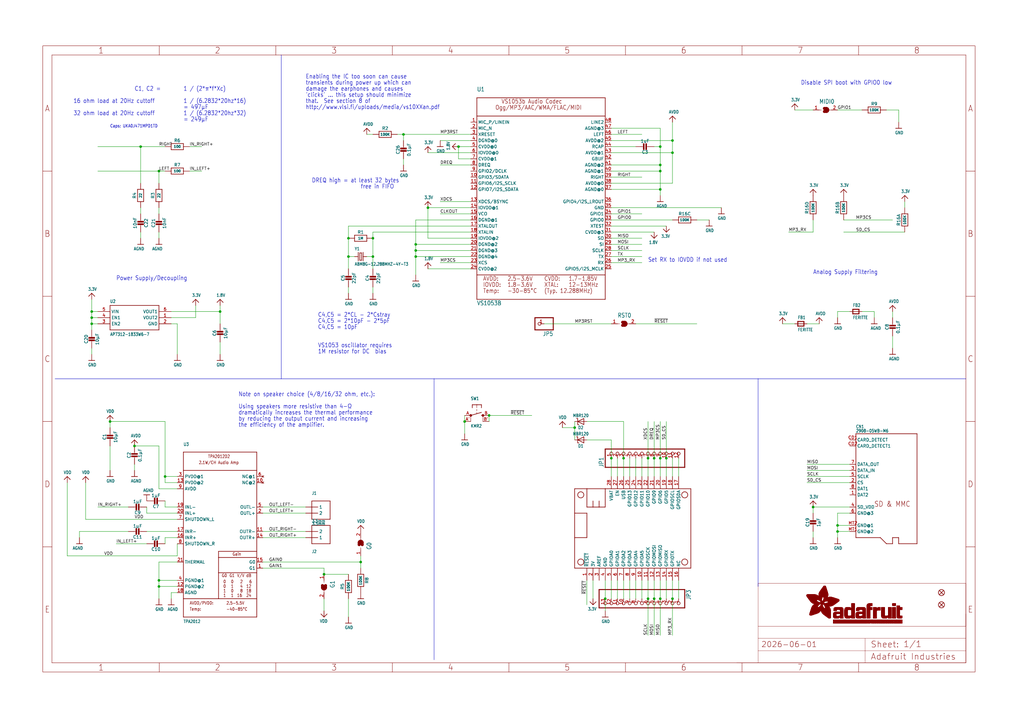
<source format=kicad_sch>
(kicad_sch (version 20230121) (generator eeschema)
  (paper "User" 425.45 298.602)
  (lib_symbols
    (symbol "working-eagle-import:1.8V" (power)
      (property "Value" "1.8V" (at -1.524 1.016 0))
      (symbol "1.8V_1_0"
        (pin power_in line (at 0 -2.54 90) (length 2.54) (name "1.8V") (number "1"))
      )
    )
    (symbol "working-eagle-import:3.3V" (power)
      (property "Value" "3.3V" (at -1.524 1.016 0))
      (symbol "3.3V_1_0"
        (pin power_in line (at 0 -2.54 90) (length 2.54) (name "3.3V") (number "1"))
      )
    )
    (symbol "working-eagle-import:AGND" (power)
      (property "Value" "AGND" (at -1.524 -2.54 0))
      (symbol "AGND_1_0"
        (pin power_in line (at 0 2.54 270) (length 2.54) (name "AGND") (number "1"))
      )
    )
    (symbol "working-eagle-import:AUDIOAMP_TPA2012D2"
      (property "Reference" "U" (at -15.24 33.02 0))
      (symbol "AUDIOAMP_TPA2012D2_1_0"
        (text "-40-85°C" (at 2.54 -35.56 0) (effects (font (size 1.27 1.0795)) (justify left bottom)))
        (text "0" (at 1.27 -26.035 0) (effects (font (size 1.27 1.0795)) (justify left bottom)))
        (text "0" (at 1.27 -24.13 0) (effects (font (size 1.27 1.0795)) (justify left bottom)))
        (text "0" (at 4.445 -27.94 0) (effects (font (size 1.27 1.0795)) (justify left bottom)))
        (text "0" (at 4.445 -24.13 0) (effects (font (size 1.27 1.0795)) (justify left bottom)))
        (text "1" (at 1.27 -29.845 0) (effects (font (size 1.27 1.0795)) (justify left bottom)))
        (text "1" (at 1.27 -27.94 0) (effects (font (size 1.27 1.0795)) (justify left bottom)))
        (text "1" (at 4.445 -29.845 0) (effects (font (size 1.27 1.0795)) (justify left bottom)))
        (text "1" (at 4.445 -26.035 0) (effects (font (size 1.27 1.0795)) (justify left bottom)))
        (text "12" (at 10.795 -26.035 0) (effects (font (size 1.27 1.0795)) (justify left bottom)))
        (text "16" (at 6.985 -29.845 0) (effects (font (size 1.27 1.0795)) (justify left bottom)))
        (text "18" (at 10.795 -27.94 0) (effects (font (size 1.27 1.0795)) (justify left bottom)))
        (text "2" (at 8.255 -24.13 0) (effects (font (size 1.27 1.0795)) (justify left bottom)))
        (text "2.1W/CH Audio Amp" (at -8.89 25.4 0) (effects (font (size 1.27 1.0795)) (justify left bottom)))
        (text "2.5-5.5V" (at 2.54 -33.02 0) (effects (font (size 1.27 1.0795)) (justify left bottom)))
        (text "24" (at 10.795 -29.845 0) (effects (font (size 1.27 1.0795)) (justify left bottom)))
        (text "4" (at 8.255 -26.035 0) (effects (font (size 1.27 1.0795)) (justify left bottom)))
        (text "6" (at 12.065 -24.13 0) (effects (font (size 1.27 1.0795)) (justify left bottom)))
        (text "8" (at 8.255 -27.94 0) (effects (font (size 1.27 1.0795)) (justify left bottom)))
        (text "AVDD/PVDD:" (at -12.7 -33.02 0) (effects (font (size 1.27 1.0795)) (justify left bottom)))
        (text "dB" (at 10.795 -21.59 0) (effects (font (size 1.27 1.0795)) (justify left bottom)))
        (text "G0" (at 0.635 -21.59 0) (effects (font (size 1.27 1.0795)) (justify left bottom)))
        (text "G1" (at 3.81 -21.59 0) (effects (font (size 1.27 1.0795)) (justify left bottom)))
        (text "Gain" (at 5.08 -12.7 0) (effects (font (size 1.27 1.0795)) (justify left bottom)))
        (text "Temp:" (at -12.7 -35.56 0) (effects (font (size 1.27 1.0795)) (justify left bottom)))
        (text "TPA2012D2" (at -5.08 27.94 0) (effects (font (size 1.27 1.0795)) (justify left bottom)))
        (text "V/V" (at 6.985 -21.59 0) (effects (font (size 1.27 1.0795)) (justify left bottom)))
        (pin input line (at 17.78 -17.78 180) (length 2.54) (name "G1") (number "1"))
        (pin no_connect line (at 17.78 17.78 180) (length 2.54) (name "NC@2") (number "10"))
        (pin output line (at 17.78 -2.54 180) (length 2.54) (name "OUTR-") (number "11"))
        (pin power_in line (at -17.78 -25.4 0) (length 2.54) (name "PGND@2") (number "12"))
        (pin power_in line (at -17.78 17.78 0) (length 2.54) (name "PVDD@2") (number "13"))
        (pin output line (at 17.78 -5.08 180) (length 2.54) (name "OUTR+") (number "14"))
        (pin input line (at 17.78 -15.24 180) (length 2.54) (name "G0") (number "15"))
        (pin input line (at -17.78 -5.08 0) (length 2.54) (name "INR+") (number "16"))
        (pin input line (at -17.78 -2.54 0) (length 2.54) (name "INR-") (number "17"))
        (pin power_in line (at -17.78 -27.94 0) (length 2.54) (name "AGND") (number "18"))
        (pin input line (at -17.78 7.62 0) (length 2.54) (name "INL-") (number "19"))
        (pin output line (at 17.78 5.08 180) (length 2.54) (name "OUTL+") (number "2"))
        (pin input line (at -17.78 5.08 0) (length 2.54) (name "INL+") (number "20"))
        (pin bidirectional line (at -17.78 -15.24 0) (length 2.54) (name "THERMAL") (number "21"))
        (pin power_in line (at -17.78 20.32 0) (length 2.54) (name "PVDD@1") (number "3"))
        (pin power_in line (at -17.78 -22.86 0) (length 2.54) (name "PGND@1") (number "4"))
        (pin output line (at 17.78 7.62 180) (length 2.54) (name "OUTL-") (number "5"))
        (pin no_connect line (at 17.78 20.32 180) (length 2.54) (name "NC@1") (number "6"))
        (pin input line (at -17.78 2.54 0) (length 2.54) (name "SHUTDOWN_L") (number "7"))
        (pin input line (at -17.78 -7.62 0) (length 2.54) (name "SHUTDOWN_R") (number "8"))
        (pin power_in line (at -17.78 15.24 0) (length 2.54) (name "AVDD") (number "9"))
      )
    )
    (symbol "working-eagle-import:AVDD" (power)
      (property "Value" "AVDD" (at -1.524 1.016 0))
      (symbol "AVDD_1_0"
        (pin power_in line (at 0 -2.54 90) (length 2.54) (name "AVDD") (number "1"))
      )
    )
    (symbol "working-eagle-import:CAP_CERAMIC0603_NO"
      (property "Reference" "C" (at -2.29 1.25 90))
      (symbol "CAP_CERAMIC0603_NO_1_0"
        (pin passive line (at 0 5.08 270) (length 2.54) (name "1") (number "1"))
        (pin passive line (at 0 -2.54 90) (length 2.54) (name "2") (number "2"))
      )
    )
    (symbol "working-eagle-import:CAP_CERAMIC0805-NOOUTLINE"
      (property "Reference" "C" (at -2.29 1.25 90))
      (symbol "CAP_CERAMIC0805-NOOUTLINE_1_0"
        (pin passive line (at 0 5.08 270) (length 2.54) (name "1") (number "1"))
        (pin passive line (at 0 -2.54 90) (length 2.54) (name "2") (number "2"))
      )
    )
    (symbol "working-eagle-import:CAP_CERAMIC_0805MP"
      (property "Reference" "C" (at -2.29 1.25 90))
      (symbol "CAP_CERAMIC_0805MP_1_0"
        (pin passive line (at 0 5.08 270) (length 2.54) (name "1") (number "1"))
        (pin passive line (at 0 -2.54 90) (length 2.54) (name "2") (number "2"))
      )
    )
    (symbol "working-eagle-import:CRYSTAL3.2X2.5"
      (property "Reference" "Y" (at -2.54 2.54 0))
      (symbol "CRYSTAL3.2X2.5_1_0"
        (pin passive line (at -2.54 0 0) (length 0) (name "1") (number "1"))
        (pin passive line (at 2.54 0 180) (length 0) (name "2") (number "2"))
      )
    )
    (symbol "working-eagle-import:DIODE-SCHOTTKYSOD-123"
      (property "Reference" "D" (at 0 2.54 0))
      (symbol "DIODE-SCHOTTKYSOD-123_1_0"
        (pin passive line (at -2.54 0 0) (length 2.54) (name "A") (number "A"))
        (pin passive line (at 2.54 0 180) (length 2.54) (name "C") (number "C"))
      )
    )
    (symbol "working-eagle-import:FEATHERWING_NODIM"
      (symbol "FEATHERWING_NODIM_1_0"
        (pin input line (at 5.08 -5.08 90) (length 5.08) (name "~{RESET}") (number "1"))
        (pin bidirectional line (at 27.94 -5.08 90) (length 5.08) (name "GPIOA5") (number "10"))
        (pin bidirectional line (at 30.48 -5.08 90) (length 5.08) (name "GPIOSCK") (number "11"))
        (pin bidirectional line (at 33.02 -5.08 90) (length 5.08) (name "GPIOMOSI") (number "12"))
        (pin bidirectional line (at 35.56 -5.08 90) (length 5.08) (name "GPIOMISO") (number "13"))
        (pin bidirectional line (at 38.1 -5.08 90) (length 5.08) (name "GPIORX") (number "14"))
        (pin bidirectional line (at 40.64 -5.08 90) (length 5.08) (name "GPIOTX") (number "15"))
        (pin passive line (at 43.18 -5.08 90) (length 5.08) (name "NC") (number "16"))
        (pin bidirectional line (at 43.18 38.1 270) (length 5.08) (name "GPIOSDA") (number "17"))
        (pin bidirectional line (at 40.64 38.1 270) (length 5.08) (name "GPIOSCL") (number "18"))
        (pin bidirectional line (at 38.1 38.1 270) (length 5.08) (name "GPIO5") (number "19"))
        (pin power_in line (at 7.62 -5.08 90) (length 5.08) (name "3V") (number "2"))
        (pin bidirectional line (at 35.56 38.1 270) (length 5.08) (name "GPIO6") (number "20"))
        (pin bidirectional line (at 33.02 38.1 270) (length 5.08) (name "GPIO9") (number "21"))
        (pin bidirectional line (at 30.48 38.1 270) (length 5.08) (name "GPIO10") (number "22"))
        (pin bidirectional line (at 27.94 38.1 270) (length 5.08) (name "GPIO11") (number "23"))
        (pin bidirectional line (at 25.4 38.1 270) (length 5.08) (name "GPIO12") (number "24"))
        (pin bidirectional line (at 22.86 38.1 270) (length 5.08) (name "GPIO13") (number "25"))
        (pin power_in line (at 20.32 38.1 270) (length 5.08) (name "USB") (number "26"))
        (pin passive line (at 17.78 38.1 270) (length 5.08) (name "EN") (number "27"))
        (pin power_in line (at 15.24 38.1 270) (length 5.08) (name "VBAT") (number "28"))
        (pin passive line (at 10.16 -5.08 90) (length 5.08) (name "AREF") (number "3"))
        (pin power_in line (at 12.7 -5.08 90) (length 5.08) (name "GND") (number "4"))
        (pin bidirectional line (at 15.24 -5.08 90) (length 5.08) (name "GPIOA0") (number "5"))
        (pin bidirectional line (at 17.78 -5.08 90) (length 5.08) (name "GPIOA1") (number "6"))
        (pin bidirectional line (at 20.32 -5.08 90) (length 5.08) (name "GPIOA2") (number "7"))
        (pin bidirectional line (at 22.86 -5.08 90) (length 5.08) (name "GPIOA3") (number "8"))
        (pin bidirectional line (at 25.4 -5.08 90) (length 5.08) (name "GPIOA4") (number "9"))
      )
    )
    (symbol "working-eagle-import:FERRITE-0805NO"
      (property "Reference" "FB" (at -1.27 1.905 0))
      (symbol "FERRITE-0805NO_1_0"
        (pin passive line (at -2.54 0 0) (length 2.54) (name "P$1") (number "1"))
        (pin passive line (at 2.54 0 180) (length 2.54) (name "P$2") (number "2"))
      )
    )
    (symbol "working-eagle-import:FIDUCIAL{dblquote}{dblquote}")
    (symbol "working-eagle-import:FRAME_A3_ADAFRUIT"
      (symbol "FRAME_A3_ADAFRUIT_1_0"
        (text "${#}/${##}" (at 357.505 10.16 0) (effects (font (size 2.54 2.54)) (justify left bottom)))
        (text "${CURRENT_DATE}" (at 298.45 10.16 0) (effects (font (size 2.286 2.286)) (justify left bottom)))
        (text "${PROJECTNAME}" (at 298.45 15.24 0) (effects (font (size 2.54 2.54)) (justify left bottom)))
        (text "1" (at 24.2094 1.905 0) (effects (font (size 2.54 2.286))))
        (text "1" (at 24.2094 258.445 0) (effects (font (size 2.54 2.286))))
        (text "2" (at 72.6281 1.905 0) (effects (font (size 2.54 2.286))))
        (text "2" (at 72.6281 258.445 0) (effects (font (size 2.54 2.286))))
        (text "3" (at 121.0469 1.905 0) (effects (font (size 2.54 2.286))))
        (text "3" (at 121.0469 258.445 0) (effects (font (size 2.54 2.286))))
        (text "4" (at 169.4656 1.905 0) (effects (font (size 2.54 2.286))))
        (text "4" (at 169.4656 258.445 0) (effects (font (size 2.54 2.286))))
        (text "5" (at 217.8844 1.905 0) (effects (font (size 2.54 2.286))))
        (text "5" (at 217.8844 258.445 0) (effects (font (size 2.54 2.286))))
        (text "6" (at 266.3031 1.905 0) (effects (font (size 2.54 2.286))))
        (text "6" (at 266.3031 258.445 0) (effects (font (size 2.54 2.286))))
        (text "7" (at 314.7219 1.905 0) (effects (font (size 2.54 2.286))))
        (text "7" (at 314.7219 258.445 0) (effects (font (size 2.54 2.286))))
        (text "8" (at 363.1406 1.905 0) (effects (font (size 2.54 2.286))))
        (text "8" (at 363.1406 258.445 0) (effects (font (size 2.54 2.286))))
        (text "A" (at 1.905 234.315 0) (effects (font (size 2.54 2.286))))
        (text "A" (at 385.445 234.315 0) (effects (font (size 2.54 2.286))))
        (text "Adafruit Industries" (at 343.916 4.953 0) (effects (font (size 2.54 2.54)) (justify left bottom)))
        (text "B" (at 1.905 182.245 0) (effects (font (size 2.54 2.286))))
        (text "B" (at 385.445 182.245 0) (effects (font (size 2.54 2.286))))
        (text "C" (at 1.905 130.175 0) (effects (font (size 2.54 2.286))))
        (text "C" (at 385.445 130.175 0) (effects (font (size 2.54 2.286))))
        (text "D" (at 1.905 78.105 0) (effects (font (size 2.54 2.286))))
        (text "D" (at 385.445 78.105 0) (effects (font (size 2.54 2.286))))
        (text "E" (at 1.905 26.035 0) (effects (font (size 2.54 2.286))))
        (text "E" (at 385.445 26.035 0) (effects (font (size 2.54 2.286))))
        (text "Sheet:" (at 343.916 10.033 0) (effects (font (size 2.54 2.54)) (justify left bottom)))
      )
    )
    (symbol "working-eagle-import:GND" (power)
      (property "Value" "GND" (at -1.524 -2.54 0))
      (symbol "GND_1_0"
        (pin power_in line (at 0 2.54 270) (length 2.54) (name "GND") (number "1"))
      )
    )
    (symbol "working-eagle-import:HEADER-1X12"
      (property "Reference" "JP" (at -6.35 18.415 0))
      (symbol "HEADER-1X12_1_0"
        (pin passive inverted (at -2.54 15.24 0) (length 2.54) (name "1") (number "1"))
        (pin passive inverted (at -2.54 -7.62 0) (length 2.54) (name "10") (number "10"))
        (pin passive inverted (at -2.54 -10.16 0) (length 2.54) (name "11") (number "11"))
        (pin passive inverted (at -2.54 -12.7 0) (length 2.54) (name "12") (number "12"))
        (pin passive inverted (at -2.54 12.7 0) (length 2.54) (name "2") (number "2"))
        (pin passive inverted (at -2.54 10.16 0) (length 2.54) (name "3") (number "3"))
        (pin passive inverted (at -2.54 7.62 0) (length 2.54) (name "4") (number "4"))
        (pin passive inverted (at -2.54 5.08 0) (length 2.54) (name "5") (number "5"))
        (pin passive inverted (at -2.54 2.54 0) (length 2.54) (name "6") (number "6"))
        (pin passive inverted (at -2.54 0 0) (length 2.54) (name "7") (number "7"))
        (pin passive inverted (at -2.54 -2.54 0) (length 2.54) (name "8") (number "8"))
        (pin passive inverted (at -2.54 -5.08 0) (length 2.54) (name "9") (number "9"))
      )
    )
    (symbol "working-eagle-import:HEADER-1X13"
      (property "Reference" "JP" (at -6.35 18.415 0))
      (symbol "HEADER-1X13_1_0"
        (pin passive inverted (at -2.54 15.24 0) (length 2.54) (name "1") (number "1"))
        (pin passive inverted (at -2.54 -7.62 0) (length 2.54) (name "10") (number "10"))
        (pin passive inverted (at -2.54 -10.16 0) (length 2.54) (name "11") (number "11"))
        (pin passive inverted (at -2.54 -12.7 0) (length 2.54) (name "12") (number "12"))
        (pin passive inverted (at -2.54 -15.24 0) (length 2.54) (name "13") (number "13"))
        (pin passive inverted (at -2.54 12.7 0) (length 2.54) (name "2") (number "2"))
        (pin passive inverted (at -2.54 10.16 0) (length 2.54) (name "3") (number "3"))
        (pin passive inverted (at -2.54 7.62 0) (length 2.54) (name "4") (number "4"))
        (pin passive inverted (at -2.54 5.08 0) (length 2.54) (name "5") (number "5"))
        (pin passive inverted (at -2.54 2.54 0) (length 2.54) (name "6") (number "6"))
        (pin passive inverted (at -2.54 0 0) (length 2.54) (name "7") (number "7"))
        (pin passive inverted (at -2.54 -2.54 0) (length 2.54) (name "8") (number "8"))
        (pin passive inverted (at -2.54 -5.08 0) (length 2.54) (name "9") (number "9"))
      )
    )
    (symbol "working-eagle-import:HEADER-1X1ROUND"
      (property "Reference" "JP" (at -6.35 3.175 0))
      (symbol "HEADER-1X1ROUND_1_0"
        (pin passive inverted (at -2.54 0 0) (length 2.54) (name "1") (number "1"))
      )
    )
    (symbol "working-eagle-import:MICROSD"
      (property "Reference" "X" (at -12.7 22.606 0))
      (symbol "MICROSD_1_0"
        (text "SD & MMC" (at -5.08 -10.16 0) (effects (font (size 2.1844 1.8567)) (justify left bottom)))
        (pin bidirectional line (at -15.24 -5.08 0) (length 2.54) (name "DAT2") (number "1"))
        (pin input line (at -15.24 0 0) (length 2.54) (name "CS") (number "2"))
        (pin input line (at -15.24 5.08 0) (length 2.54) (name "DATA_IN") (number "3"))
        (pin power_in line (at -15.24 -10.16 0) (length 2.54) (name "SD_VDD") (number "4"))
        (pin input line (at -15.24 2.54 0) (length 2.54) (name "SCLK") (number "5"))
        (pin power_in line (at -15.24 -12.7 0) (length 2.54) (name "GND@3") (number "6"))
        (pin output line (at -15.24 7.62 0) (length 2.54) (name "DATA_OUT") (number "7"))
        (pin bidirectional line (at -15.24 -2.54 0) (length 2.54) (name "DAT1") (number "8"))
        (pin passive line (at -15.24 17.78 0) (length 2.54) (name "CARD_DETECT") (number "CD1"))
        (pin passive line (at -15.24 15.24 0) (length 2.54) (name "CARD_DETECT1") (number "CD2"))
        (pin power_in line (at -15.24 -20.32 0) (length 2.54) (name "GND@2") (number "MT1"))
        (pin power_in line (at -15.24 -17.78 0) (length 2.54) (name "GND@1") (number "MT2"))
      )
    )
    (symbol "working-eagle-import:RESISTOR_0603MP"
      (property "Reference" "R" (at 0 2.54 0))
      (symbol "RESISTOR_0603MP_1_0"
        (pin passive line (at -5.08 0 0) (length 2.54) (name "1") (number "1"))
        (pin passive line (at 5.08 0 180) (length 2.54) (name "2") (number "2"))
      )
    )
    (symbol "working-eagle-import:RESISTOR_0603_NOOUT"
      (property "Reference" "R" (at 0 2.54 0))
      (symbol "RESISTOR_0603_NOOUT_1_0"
        (pin passive line (at -5.08 0 0) (length 2.54) (name "1") (number "1"))
        (pin passive line (at 5.08 0 180) (length 2.54) (name "2") (number "2"))
      )
    )
    (symbol "working-eagle-import:RESISTOR_4PACK"
      (property "Reference" "R" (at 0 2.54 0))
      (symbol "RESISTOR_4PACK_1_0"
        (pin passive line (at -5.08 0 0) (length 2.54) (name "1") (number "1"))
        (pin passive line (at 5.08 0 180) (length 2.54) (name "2") (number "8"))
      )
      (symbol "RESISTOR_4PACK_2_0"
        (pin passive line (at -5.08 0 0) (length 2.54) (name "1") (number "2"))
        (pin passive line (at 5.08 0 180) (length 2.54) (name "2") (number "7"))
      )
      (symbol "RESISTOR_4PACK_3_0"
        (pin passive line (at -5.08 0 0) (length 2.54) (name "1") (number "3"))
        (pin passive line (at 5.08 0 180) (length 2.54) (name "2") (number "6"))
      )
      (symbol "RESISTOR_4PACK_4_0"
        (pin passive line (at -5.08 0 0) (length 2.54) (name "1") (number "4"))
        (pin passive line (at 5.08 0 180) (length 2.54) (name "2") (number "5"))
      )
    )
    (symbol "working-eagle-import:SOLDERJUMPER"
      (property "Reference" "SJ" (at -2.54 2.54 0))
      (symbol "SOLDERJUMPER_1_0"
        (pin passive line (at -5.08 0 0) (length 2.54) (name "1") (number "1"))
        (pin passive line (at 5.08 0 180) (length 2.54) (name "2") (number "2"))
      )
    )
    (symbol "working-eagle-import:SOLDERJUMPERCLOSED"
      (property "Reference" "SJ" (at -2.54 2.54 0))
      (symbol "SOLDERJUMPERCLOSED_1_0"
        (pin passive line (at -5.08 0 0) (length 2.54) (name "1") (number "1"))
        (pin passive line (at 5.08 0 180) (length 2.54) (name "2") (number "2"))
      )
    )
    (symbol "working-eagle-import:SWITCH_TACT_SMT4.6X2.8"
      (property "Reference" "SW" (at -2.54 6.35 0))
      (symbol "SWITCH_TACT_SMT4.6X2.8_1_0"
        (pin passive line (at -5.08 0 0) (length 2.54) (name "P") (number "A"))
        (pin passive line (at -5.08 -2.54 0) (length 2.54) (name "P1") (number "A'"))
        (pin passive line (at 5.08 0 180) (length 2.54) (name "S") (number "B"))
        (pin passive line (at 5.08 -2.54 180) (length 2.54) (name "S1") (number "B'"))
      )
    )
    (symbol "working-eagle-import:TERMBLOCK_1X2"
      (property "Reference" "X" (at -2.54 7.62 0))
      (symbol "TERMBLOCK_1X2_1_0"
        (pin passive line (at -5.08 2.54 0) (length 5.08) (name "1") (number "1"))
        (pin passive line (at -5.08 0 0) (length 5.08) (name "2") (number "2"))
      )
    )
    (symbol "working-eagle-import:VDD" (power)
      (property "Value" "VDD" (at -1.524 1.016 0))
      (symbol "VDD_1_0"
        (pin power_in line (at 0 -2.54 90) (length 2.54) (name "VDD") (number "1"))
      )
    )
    (symbol "working-eagle-import:VREG_SOT23-6_DUALAP7312"
      (property "Reference" "U" (at -10.16 6.096 0))
      (symbol "VREG_SOT23-6_DUALAP7312_1_0"
        (pin bidirectional line (at 15.24 0 180) (length 5.08) (name "VOUT2") (number "1"))
        (pin bidirectional line (at 15.24 -2.54 180) (length 5.08) (name "GND") (number "2"))
        (pin bidirectional line (at -15.24 -2.54 0) (length 5.08) (name "EN2") (number "3"))
        (pin bidirectional line (at -15.24 0 0) (length 5.08) (name "EN1") (number "4"))
        (pin bidirectional line (at -15.24 2.54 0) (length 5.08) (name "VIN") (number "5"))
        (pin bidirectional line (at 15.24 2.54 180) (length 5.08) (name "VOUT1") (number "6"))
      )
    )
    (symbol "working-eagle-import:VS1053B"
      (property "Reference" "U" (at -25.4 43.18 0))
      (symbol "VS1053B_1_0"
        (text "(Typ. 12.288MHz)" (at 2.54 -40.64 0) (effects (font (size 1.778 1.5113)) (justify left bottom)))
        (text "-30-85°C" (at -12.7 -40.64 0) (effects (font (size 1.778 1.5113)) (justify left bottom)))
        (text "1.7-1.85V" (at 12.7 -35.56 0) (effects (font (size 1.778 1.5113)) (justify left bottom)))
        (text "1.8-3.6V" (at -12.7 -38.1 0) (effects (font (size 1.778 1.5113)) (justify left bottom)))
        (text "12-13MHz" (at 12.7 -38.1 0) (effects (font (size 1.778 1.5113)) (justify left bottom)))
        (text "2.5-3.6V" (at -12.7 -35.56 0) (effects (font (size 1.778 1.5113)) (justify left bottom)))
        (text "AVDD:" (at -22.86 -35.56 0) (effects (font (size 1.778 1.5113)) (justify left bottom)))
        (text "CVDD:" (at 2.54 -35.56 0) (effects (font (size 1.778 1.5113)) (justify left bottom)))
        (text "IOVDD:" (at -22.86 -38.1 0) (effects (font (size 1.778 1.5113)) (justify left bottom)))
        (text "Ogg/MP3/AAC/WMA/FLAC/MIDI" (at -17.78 35.56 0) (effects (font (size 1.778 1.5113)) (justify left bottom)))
        (text "Temp:" (at -22.86 -40.64 0) (effects (font (size 1.778 1.5113)) (justify left bottom)))
        (text "VS1053b Audio Codec" (at -15.24 38.1 0) (effects (font (size 1.778 1.5113)) (justify left bottom)))
        (text "XTAL:" (at 2.54 -38.1 0) (effects (font (size 1.778 1.5113)) (justify left bottom)))
        (pin bidirectional line (at -27.94 30.48 0) (length 2.54) (name "MIC_P/LINEIN") (number "1"))
        (pin bidirectional line (at -27.94 7.62 0) (length 2.54) (name "GPIO3/SDATA") (number "10"))
        (pin bidirectional line (at -27.94 5.08 0) (length 2.54) (name "GPIO6/I2S_SCLK") (number "11"))
        (pin bidirectional line (at -27.94 2.54 0) (length 2.54) (name "GPIO7/I2S_SDATA") (number "12"))
        (pin bidirectional line (at -27.94 -2.54 0) (length 2.54) (name "XDCS/BSYNC") (number "13"))
        (pin power_in line (at -27.94 -5.08 0) (length 2.54) (name "IOVDD@1") (number "14"))
        (pin bidirectional line (at -27.94 -7.62 0) (length 2.54) (name "VCO") (number "15"))
        (pin power_in line (at -27.94 -10.16 0) (length 2.54) (name "DGND@1") (number "16"))
        (pin output line (at -27.94 -12.7 0) (length 2.54) (name "XTALOUT") (number "17"))
        (pin input line (at -27.94 -15.24 0) (length 2.54) (name "XTALIN") (number "18"))
        (pin power_in line (at -27.94 -17.78 0) (length 2.54) (name "IOVDD@2") (number "19"))
        (pin bidirectional line (at -27.94 27.94 0) (length 2.54) (name "MIC_N") (number "2"))
        (pin power_in line (at -27.94 -20.32 0) (length 2.54) (name "DGND@2") (number "20"))
        (pin power_in line (at -27.94 -22.86 0) (length 2.54) (name "DGND@3") (number "21"))
        (pin power_in line (at -27.94 -25.4 0) (length 2.54) (name "DGND@4") (number "22"))
        (pin bidirectional line (at -27.94 -27.94 0) (length 2.54) (name "XCS") (number "23"))
        (pin power_in line (at -27.94 -30.48 0) (length 2.54) (name "CVDD@2") (number "24"))
        (pin bidirectional line (at 30.48 -30.48 180) (length 2.54) (name "GPIO5/I2S_MCLK") (number "25"))
        (pin bidirectional line (at 30.48 -27.94 180) (length 2.54) (name "RX") (number "26"))
        (pin bidirectional line (at 30.48 -25.4 180) (length 2.54) (name "TX") (number "27"))
        (pin bidirectional line (at 30.48 -22.86 180) (length 2.54) (name "SCLK") (number "28"))
        (pin bidirectional line (at 30.48 -20.32 180) (length 2.54) (name "SI") (number "29"))
        (pin bidirectional line (at -27.94 25.4 0) (length 2.54) (name "XRESET") (number "3"))
        (pin bidirectional line (at 30.48 -17.78 180) (length 2.54) (name "SO") (number "30"))
        (pin power_in line (at 30.48 -15.24 180) (length 2.54) (name "CVDD@3") (number "31"))
        (pin bidirectional line (at 30.48 -12.7 180) (length 2.54) (name "XTEST") (number "32"))
        (pin bidirectional line (at 30.48 -10.16 180) (length 2.54) (name "GPIO0") (number "33"))
        (pin bidirectional line (at 30.48 -7.62 180) (length 2.54) (name "GPIO1") (number "34"))
        (pin power_in line (at 30.48 -5.08 180) (length 2.54) (name "GND") (number "35"))
        (pin bidirectional line (at 30.48 -2.54 180) (length 2.54) (name "GPIO4/I2S_LROUT") (number "36"))
        (pin power_in line (at 30.48 2.54 180) (length 2.54) (name "AGND@0") (number "37"))
        (pin power_in line (at 30.48 5.08 180) (length 2.54) (name "AVDD@0") (number "38"))
        (pin bidirectional line (at 30.48 7.62 180) (length 2.54) (name "RIGHT") (number "39"))
        (pin power_in line (at -27.94 22.86 0) (length 2.54) (name "DGND@0") (number "4"))
        (pin power_in line (at 30.48 10.16 180) (length 2.54) (name "AGND@1") (number "40"))
        (pin power_in line (at 30.48 12.7 180) (length 2.54) (name "AGND@2") (number "41"))
        (pin bidirectional line (at 30.48 15.24 180) (length 2.54) (name "GBUF") (number "42"))
        (pin power_in line (at 30.48 17.78 180) (length 2.54) (name "AVDD@1") (number "43"))
        (pin bidirectional line (at 30.48 20.32 180) (length 2.54) (name "RCAP") (number "44"))
        (pin power_in line (at 30.48 22.86 180) (length 2.54) (name "AVDD@2") (number "45"))
        (pin bidirectional line (at 30.48 25.4 180) (length 2.54) (name "LEFT") (number "46"))
        (pin power_in line (at 30.48 27.94 180) (length 2.54) (name "AGND@3") (number "47"))
        (pin bidirectional line (at 30.48 30.48 180) (length 2.54) (name "LINE2") (number "48"))
        (pin power_in line (at -27.94 20.32 0) (length 2.54) (name "CVDD@0") (number "5"))
        (pin power_in line (at -27.94 17.78 0) (length 2.54) (name "IOVDD@0") (number "6"))
        (pin power_in line (at -27.94 15.24 0) (length 2.54) (name "CVDD@1") (number "7"))
        (pin bidirectional line (at -27.94 12.7 0) (length 2.54) (name "DREQ") (number "8"))
        (pin bidirectional line (at -27.94 10.16 0) (length 2.54) (name "GPIO2/DCLK") (number "9"))
      )
    )
  )
  (junction (at 177.8 86.36))
  (junction (at 38.1 129.54))
  (junction (at 279.4 63.5))
  (junction (at 259.08 190.5))
  (junction (at 279.4 248.92))
  (junction (at 66.04 241.3))
  (junction (at 68.58 198.12))
  (junction (at 167.64 55.88))
  (junction (at 134.62 238.76))
  (junction (at 274.32 71.12))
  (junction (at 274.32 78.74))
  (junction (at 91.44 129.54))
  (junction (at 144.78 106.68))
  (junction (at 347.98 218.44))
  (junction (at 276.86 190.5))
  (junction (at 58.42 60.96))
  (junction (at 203.2 172.72))
  (junction (at 251.46 248.92))
  (junction (at 55.88 185.42))
  (junction (at 347.98 220.98))
  (junction (at 38.1 132.08))
  (junction (at 38.1 134.62))
  (junction (at 238.76 177.8))
  (junction (at 274.32 68.58))
  (junction (at 337.82 210.82))
  (junction (at 274.32 60.96))
  (junction (at 274.32 190.5))
  (junction (at 144.78 99.06))
  (junction (at 271.78 248.92))
  (junction (at 149.86 233.68))
  (junction (at 172.72 104.14))
  (junction (at 254 190.5))
  (junction (at 269.24 190.5))
  (junction (at 172.72 106.68))
  (junction (at 271.78 190.5))
  (junction (at 193.04 175.26))
  (junction (at 269.24 248.92))
  (junction (at 279.4 58.42))
  (junction (at 172.72 101.6))
  (junction (at 45.72 175.26))
  (junction (at 274.32 248.92))
  (junction (at 154.94 106.68))
  (junction (at 190.5 60.96))
  (junction (at 66.04 243.84))
  (junction (at 154.94 99.06))
  (junction (at 66.04 71.12))
  (wire (pts (xy 60.96 210.82) (xy 60.96 213.36)) (stroke (width 0.1524)))
  (wire (pts (xy 195.58 111.76) (xy 177.8 111.76)) (stroke (width 0.1524)))
  (wire (pts (xy 154.94 55.88) (xy 152.4 55.88)) (stroke (width 0.1524)))
  (wire (pts (xy 243.84 241.3) (xy 243.84 251.46)) (stroke (width 0.1524)))
  (wire (pts (xy 274.32 248.92) (xy 274.32 264.16)) (stroke (width 0.1524)))
  (wire (pts (xy 195.58 99.06) (xy 177.8 99.06)) (stroke (width 0.1524)))
  (wire (pts (xy 68.58 223.52) (xy 73.66 223.52)) (stroke (width 0.1524)))
  (wire (pts (xy 276.86 190.5) (xy 276.86 175.26)) (stroke (width 0.1524)))
  (wire (pts (xy 353.06 193.04) (xy 335.28 193.04)) (stroke (width 0.1524)))
  (wire (pts (xy 55.88 193.04) (xy 55.88 195.58)) (stroke (width 0.1524)))
  (wire (pts (xy 271.78 175.26) (xy 271.78 190.5)) (stroke (width 0.1524)))
  (wire (pts (xy 254 248.92) (xy 254 241.3)) (stroke (width 0.1524)))
  (wire (pts (xy 58.42 60.96) (xy 58.42 76.2)) (stroke (width 0.1524)))
  (wire (pts (xy 281.94 190.5) (xy 281.94 198.12)) (stroke (width 0.1524)))
  (wire (pts (xy 144.78 238.76) (xy 134.62 238.76)) (stroke (width 0.1524)))
  (wire (pts (xy 71.12 246.38) (xy 71.12 248.92)) (stroke (width 0.1524)))
  (wire (pts (xy 254 104.14) (xy 266.7 104.14)) (stroke (width 0.1524)))
  (wire (pts (xy 251.46 248.92) (xy 251.46 241.3)) (stroke (width 0.1524)))
  (polyline (pts (xy 116.84 22.86) (xy 116.84 157.48)) (stroke (width 0.1524) (type solid)))
  (wire (pts (xy 154.94 106.68) (xy 154.94 111.76)) (stroke (width 0.1524)))
  (wire (pts (xy 195.58 88.9) (xy 182.88 88.9)) (stroke (width 0.1524)))
  (wire (pts (xy 172.72 104.14) (xy 172.72 106.68)) (stroke (width 0.1524)))
  (wire (pts (xy 91.44 142.24) (xy 91.44 147.32)) (stroke (width 0.1524)))
  (wire (pts (xy 274.32 60.96) (xy 274.32 68.58)) (stroke (width 0.1524)))
  (wire (pts (xy 276.86 248.92) (xy 276.86 241.3)) (stroke (width 0.1524)))
  (wire (pts (xy 259.08 175.26) (xy 259.08 190.5)) (stroke (width 0.1524)))
  (wire (pts (xy 40.64 129.54) (xy 38.1 129.54)) (stroke (width 0.1524)))
  (wire (pts (xy 254 106.68) (xy 266.7 106.68)) (stroke (width 0.1524)))
  (wire (pts (xy 279.4 63.5) (xy 279.4 76.2)) (stroke (width 0.1524)))
  (wire (pts (xy 66.04 203.2) (xy 66.04 185.42)) (stroke (width 0.1524)))
  (wire (pts (xy 73.66 231.14) (xy 27.94 231.14)) (stroke (width 0.1524)))
  (wire (pts (xy 73.66 215.9) (xy 35.56 215.9)) (stroke (width 0.1524)))
  (wire (pts (xy 73.66 246.38) (xy 71.12 246.38)) (stroke (width 0.1524)))
  (wire (pts (xy 347.98 45.72) (xy 358.14 45.72)) (stroke (width 0.1524)))
  (wire (pts (xy 271.78 190.5) (xy 271.78 198.12)) (stroke (width 0.1524)))
  (wire (pts (xy 45.72 185.42) (xy 45.72 195.58)) (stroke (width 0.1524)))
  (wire (pts (xy 66.04 185.42) (xy 55.88 185.42)) (stroke (width 0.1524)))
  (wire (pts (xy 254 101.6) (xy 266.7 101.6)) (stroke (width 0.1524)))
  (wire (pts (xy 347.98 132.08) (xy 347.98 129.54)) (stroke (width 0.1524)))
  (wire (pts (xy 66.04 233.68) (xy 66.04 241.3)) (stroke (width 0.1524)))
  (wire (pts (xy 269.24 248.92) (xy 269.24 241.3)) (stroke (width 0.1524)))
  (wire (pts (xy 91.44 129.54) (xy 91.44 134.62)) (stroke (width 0.1524)))
  (wire (pts (xy 370.84 139.7) (xy 370.84 144.78)) (stroke (width 0.1524)))
  (wire (pts (xy 261.62 190.5) (xy 261.62 198.12)) (stroke (width 0.1524)))
  (polyline (pts (xy 314.96 157.48) (xy 401.32 157.48)) (stroke (width 0.1524) (type solid)))
  (wire (pts (xy 73.66 200.66) (xy 68.58 200.66)) (stroke (width 0.1524)))
  (wire (pts (xy 68.58 175.26) (xy 45.72 175.26)) (stroke (width 0.1524)))
  (polyline (pts (xy 116.84 157.48) (xy 180.34 157.48)) (stroke (width 0.1524) (type solid)))
  (wire (pts (xy 177.8 99.06) (xy 177.8 86.36)) (stroke (width 0.1524)))
  (wire (pts (xy 254 76.2) (xy 279.4 76.2)) (stroke (width 0.1524)))
  (wire (pts (xy 279.4 248.92) (xy 279.4 264.16)) (stroke (width 0.1524)))
  (wire (pts (xy 353.06 195.58) (xy 335.28 195.58)) (stroke (width 0.1524)))
  (wire (pts (xy 269.24 190.5) (xy 269.24 175.26)) (stroke (width 0.1524)))
  (wire (pts (xy 254 99.06) (xy 266.7 99.06)) (stroke (width 0.1524)))
  (wire (pts (xy 38.1 144.78) (xy 38.1 147.32)) (stroke (width 0.1524)))
  (wire (pts (xy 353.06 210.82) (xy 337.82 210.82)) (stroke (width 0.1524)))
  (wire (pts (xy 149.86 231.14) (xy 149.86 233.68)) (stroke (width 0.1524)))
  (wire (pts (xy 154.94 96.52) (xy 154.94 99.06)) (stroke (width 0.1524)))
  (wire (pts (xy 68.58 210.82) (xy 68.58 208.28)) (stroke (width 0.1524)))
  (wire (pts (xy 337.82 210.82) (xy 337.82 213.36)) (stroke (width 0.1524)))
  (wire (pts (xy 144.78 106.68) (xy 144.78 111.76)) (stroke (width 0.1524)))
  (wire (pts (xy 38.1 132.08) (xy 38.1 129.54)) (stroke (width 0.1524)))
  (wire (pts (xy 254 53.34) (xy 274.32 53.34)) (stroke (width 0.1524)))
  (wire (pts (xy 60.96 220.98) (xy 73.66 220.98)) (stroke (width 0.1524)))
  (wire (pts (xy 259.08 190.5) (xy 259.08 198.12)) (stroke (width 0.1524)))
  (wire (pts (xy 91.44 129.54) (xy 91.44 127)) (stroke (width 0.1524)))
  (wire (pts (xy 279.4 190.5) (xy 279.4 198.12)) (stroke (width 0.1524)))
  (wire (pts (xy 274.32 71.12) (xy 274.32 78.74)) (stroke (width 0.1524)))
  (wire (pts (xy 73.66 233.68) (xy 66.04 233.68)) (stroke (width 0.1524)))
  (wire (pts (xy 66.04 96.52) (xy 66.04 99.06)) (stroke (width 0.1524)))
  (wire (pts (xy 327.66 96.52) (xy 337.82 96.52)) (stroke (width 0.1524)))
  (wire (pts (xy 254 78.74) (xy 274.32 78.74)) (stroke (width 0.1524)))
  (wire (pts (xy 109.22 233.68) (xy 149.86 233.68)) (stroke (width 0.1524)))
  (wire (pts (xy 254 86.36) (xy 299.72 86.36)) (stroke (width 0.1524)))
  (wire (pts (xy 274.32 68.58) (xy 274.32 71.12)) (stroke (width 0.1524)))
  (polyline (pts (xy 180.34 157.48) (xy 314.96 157.48)) (stroke (width 0.1524) (type solid)))
  (wire (pts (xy 144.78 99.06) (xy 144.78 106.68)) (stroke (width 0.1524)))
  (wire (pts (xy 38.1 134.62) (xy 38.1 132.08)) (stroke (width 0.1524)))
  (wire (pts (xy 271.78 264.16) (xy 271.78 248.92)) (stroke (width 0.1524)))
  (wire (pts (xy 73.66 243.84) (xy 66.04 243.84)) (stroke (width 0.1524)))
  (wire (pts (xy 144.78 119.38) (xy 144.78 121.92)) (stroke (width 0.1524)))
  (wire (pts (xy 195.58 109.22) (xy 182.88 109.22)) (stroke (width 0.1524)))
  (wire (pts (xy 195.58 86.36) (xy 177.8 86.36)) (stroke (width 0.1524)))
  (wire (pts (xy 73.66 210.82) (xy 68.58 210.82)) (stroke (width 0.1524)))
  (wire (pts (xy 254 55.88) (xy 266.7 55.88)) (stroke (width 0.1524)))
  (wire (pts (xy 259.08 248.92) (xy 259.08 241.3)) (stroke (width 0.1524)))
  (wire (pts (xy 195.58 83.82) (xy 182.88 83.82)) (stroke (width 0.1524)))
  (wire (pts (xy 167.64 55.88) (xy 165.1 55.88)) (stroke (width 0.1524)))
  (wire (pts (xy 281.94 248.92) (xy 281.94 241.3)) (stroke (width 0.1524)))
  (wire (pts (xy 195.58 60.96) (xy 190.5 60.96)) (stroke (width 0.1524)))
  (wire (pts (xy 195.58 93.98) (xy 144.78 93.98)) (stroke (width 0.1524)))
  (wire (pts (xy 203.2 172.72) (xy 203.2 175.26)) (stroke (width 0.1524)))
  (polyline (pts (xy 22.86 157.48) (xy 116.84 157.48)) (stroke (width 0.1524) (type solid)))
  (wire (pts (xy 353.06 218.44) (xy 347.98 218.44)) (stroke (width 0.1524)))
  (polyline (pts (xy 314.96 157.48) (xy 314.96 243.84)) (stroke (width 0.1524) (type solid)))
  (wire (pts (xy 134.62 254) (xy 134.62 248.92)) (stroke (width 0.1524)))
  (wire (pts (xy 271.78 248.92) (xy 271.78 241.3)) (stroke (width 0.1524)))
  (wire (pts (xy 109.22 223.52) (xy 127 223.52)) (stroke (width 0.1524)))
  (wire (pts (xy 35.56 215.9) (xy 35.56 200.66)) (stroke (width 0.1524)))
  (wire (pts (xy 33.02 220.98) (xy 33.02 223.52)) (stroke (width 0.1524)))
  (wire (pts (xy 251.46 254) (xy 251.46 248.92)) (stroke (width 0.1524)))
  (wire (pts (xy 195.58 106.68) (xy 172.72 106.68)) (stroke (width 0.1524)))
  (wire (pts (xy 152.4 106.68) (xy 154.94 106.68)) (stroke (width 0.1524)))
  (wire (pts (xy 363.22 129.54) (xy 363.22 132.08)) (stroke (width 0.1524)))
  (wire (pts (xy 335.28 134.62) (xy 340.36 134.62)) (stroke (width 0.1524)))
  (wire (pts (xy 254 71.12) (xy 274.32 71.12)) (stroke (width 0.1524)))
  (wire (pts (xy 370.84 91.44) (xy 350.52 91.44)) (stroke (width 0.1524)))
  (wire (pts (xy 53.34 220.98) (xy 33.02 220.98)) (stroke (width 0.1524)))
  (wire (pts (xy 109.22 236.22) (xy 134.62 236.22)) (stroke (width 0.1524)))
  (wire (pts (xy 73.66 203.2) (xy 66.04 203.2)) (stroke (width 0.1524)))
  (wire (pts (xy 256.54 190.5) (xy 256.54 198.12)) (stroke (width 0.1524)))
  (wire (pts (xy 294.64 91.44) (xy 289.56 91.44)) (stroke (width 0.1524)))
  (wire (pts (xy 254 58.42) (xy 279.4 58.42)) (stroke (width 0.1524)))
  (wire (pts (xy 195.58 104.14) (xy 172.72 104.14)) (stroke (width 0.1524)))
  (wire (pts (xy 370.84 129.54) (xy 370.84 132.08)) (stroke (width 0.1524)))
  (wire (pts (xy 325.12 134.62) (xy 330.2 134.62)) (stroke (width 0.1524)))
  (wire (pts (xy 279.4 58.42) (xy 279.4 63.5)) (stroke (width 0.1524)))
  (wire (pts (xy 261.62 248.92) (xy 261.62 241.3)) (stroke (width 0.1524)))
  (wire (pts (xy 172.72 91.44) (xy 172.72 101.6)) (stroke (width 0.1524)))
  (wire (pts (xy 274.32 248.92) (xy 274.32 241.3)) (stroke (width 0.1524)))
  (wire (pts (xy 353.06 220.98) (xy 347.98 220.98)) (stroke (width 0.1524)))
  (wire (pts (xy 274.32 190.5) (xy 274.32 175.26)) (stroke (width 0.1524)))
  (wire (pts (xy 134.62 236.22) (xy 134.62 238.76)) (stroke (width 0.1524)))
  (wire (pts (xy 375.92 96.52) (xy 350.52 96.52)) (stroke (width 0.1524)))
  (wire (pts (xy 73.66 198.12) (xy 68.58 198.12)) (stroke (width 0.1524)))
  (wire (pts (xy 167.64 66.04) (xy 167.64 68.58)) (stroke (width 0.1524)))
  (wire (pts (xy 274.32 53.34) (xy 274.32 60.96)) (stroke (width 0.1524)))
  (wire (pts (xy 264.16 190.5) (xy 264.16 198.12)) (stroke (width 0.1524)))
  (wire (pts (xy 71.12 132.08) (xy 81.28 132.08)) (stroke (width 0.1524)))
  (wire (pts (xy 246.38 248.92) (xy 246.38 241.3)) (stroke (width 0.1524)))
  (wire (pts (xy 78.74 71.12) (xy 83.82 71.12)) (stroke (width 0.1524)))
  (wire (pts (xy 149.86 233.68) (xy 149.86 236.22)) (stroke (width 0.1524)))
  (wire (pts (xy 254 91.44) (xy 279.4 91.44)) (stroke (width 0.1524)))
  (wire (pts (xy 195.58 68.58) (xy 182.88 68.58)) (stroke (width 0.1524)))
  (wire (pts (xy 58.42 60.96) (xy 40.64 60.96)) (stroke (width 0.1524)))
  (wire (pts (xy 254 88.9) (xy 266.7 88.9)) (stroke (width 0.1524)))
  (wire (pts (xy 193.04 175.26) (xy 193.04 180.34)) (stroke (width 0.1524)))
  (wire (pts (xy 254 73.66) (xy 266.7 73.66)) (stroke (width 0.1524)))
  (wire (pts (xy 144.78 93.98) (xy 144.78 99.06)) (stroke (width 0.1524)))
  (wire (pts (xy 68.58 200.66) (xy 68.58 198.12)) (stroke (width 0.1524)))
  (wire (pts (xy 109.22 220.98) (xy 127 220.98)) (stroke (width 0.1524)))
  (wire (pts (xy 60.96 213.36) (xy 73.66 213.36)) (stroke (width 0.1524)))
  (wire (pts (xy 38.1 134.62) (xy 38.1 137.16)) (stroke (width 0.1524)))
  (wire (pts (xy 68.58 71.12) (xy 66.04 71.12)) (stroke (width 0.1524)))
  (wire (pts (xy 254 93.98) (xy 276.86 93.98)) (stroke (width 0.1524)))
  (wire (pts (xy 154.94 99.06) (xy 154.94 106.68)) (stroke (width 0.1524)))
  (wire (pts (xy 66.04 86.36) (xy 66.04 88.9)) (stroke (width 0.1524)))
  (wire (pts (xy 254 182.88) (xy 254 190.5)) (stroke (width 0.1524)))
  (wire (pts (xy 53.34 210.82) (xy 40.64 210.82)) (stroke (width 0.1524)))
  (wire (pts (xy 266.7 190.5) (xy 266.7 198.12)) (stroke (width 0.1524)))
  (wire (pts (xy 238.76 177.8) (xy 233.68 177.8)) (stroke (width 0.1524)))
  (wire (pts (xy 66.04 241.3) (xy 66.04 243.84)) (stroke (width 0.1524)))
  (wire (pts (xy 347.98 220.98) (xy 347.98 223.52)) (stroke (width 0.1524)))
  (wire (pts (xy 172.72 101.6) (xy 172.72 104.14)) (stroke (width 0.1524)))
  (wire (pts (xy 347.98 129.54) (xy 353.06 129.54)) (stroke (width 0.1524)))
  (wire (pts (xy 238.76 177.8) (xy 238.76 182.88)) (stroke (width 0.1524)))
  (wire (pts (xy 71.12 134.62) (xy 73.66 134.62)) (stroke (width 0.1524)))
  (wire (pts (xy 337.82 45.72) (xy 330.2 45.72)) (stroke (width 0.1524)))
  (wire (pts (xy 195.58 66.04) (xy 190.5 66.04)) (stroke (width 0.1524)))
  (wire (pts (xy 254 190.5) (xy 254 198.12)) (stroke (width 0.1524)))
  (wire (pts (xy 274.32 78.74) (xy 274.32 81.28)) (stroke (width 0.1524)))
  (wire (pts (xy 271.78 60.96) (xy 274.32 60.96)) (stroke (width 0.1524)))
  (wire (pts (xy 353.06 198.12) (xy 335.28 198.12)) (stroke (width 0.1524)))
  (wire (pts (xy 264.16 134.62) (xy 289.56 134.62)) (stroke (width 0.1524)))
  (wire (pts (xy 172.72 106.68) (xy 172.72 114.3)) (stroke (width 0.1524)))
  (wire (pts (xy 58.42 86.36) (xy 58.42 88.9)) (stroke (width 0.1524)))
  (wire (pts (xy 254 68.58) (xy 274.32 68.58)) (stroke (width 0.1524)))
  (wire (pts (xy 27.94 231.14) (xy 27.94 200.66)) (stroke (width 0.1524)))
  (wire (pts (xy 264.16 60.96) (xy 254 60.96)) (stroke (width 0.1524)))
  (wire (pts (xy 195.58 55.88) (xy 167.64 55.88)) (stroke (width 0.1524)))
  (wire (pts (xy 190.5 66.04) (xy 190.5 60.96)) (stroke (width 0.1524)))
  (wire (pts (xy 195.58 101.6) (xy 172.72 101.6)) (stroke (width 0.1524)))
  (wire (pts (xy 193.04 172.72) (xy 193.04 175.26)) (stroke (width 0.1524)))
  (wire (pts (xy 71.12 129.54) (xy 91.44 129.54)) (stroke (width 0.1524)))
  (wire (pts (xy 45.72 175.26) (xy 45.72 177.8)) (stroke (width 0.1524)))
  (wire (pts (xy 167.64 55.88) (xy 167.64 58.42)) (stroke (width 0.1524)))
  (wire (pts (xy 254 109.22) (xy 266.7 109.22)) (stroke (width 0.1524)))
  (wire (pts (xy 375.92 86.36) (xy 375.92 83.82)) (stroke (width 0.1524)))
  (wire (pts (xy 154.94 119.38) (xy 154.94 121.92)) (stroke (width 0.1524)))
  (wire (pts (xy 73.66 226.06) (xy 73.66 231.14)) (stroke (width 0.1524)))
  (wire (pts (xy 256.54 248.92) (xy 256.54 241.3)) (stroke (width 0.1524)))
  (wire (pts (xy 195.58 63.5) (xy 177.8 63.5)) (stroke (width 0.1524)))
  (wire (pts (xy 66.04 71.12) (xy 40.64 71.12)) (stroke (width 0.1524)))
  (wire (pts (xy 203.2 172.72) (xy 220.98 172.72)) (stroke (width 0.1524)))
  (wire (pts (xy 279.4 50.8) (xy 279.4 58.42)) (stroke (width 0.1524)))
  (wire (pts (xy 81.28 132.08) (xy 81.28 127)) (stroke (width 0.1524)))
  (wire (pts (xy 144.78 256.54) (xy 144.78 248.92)) (stroke (width 0.1524)))
  (wire (pts (xy 243.84 182.88) (xy 254 182.88)) (stroke (width 0.1524)))
  (wire (pts (xy 368.3 45.72) (xy 373.38 45.72)) (stroke (width 0.1524)))
  (wire (pts (xy 68.58 226.06) (xy 68.58 223.52)) (stroke (width 0.1524)))
  (wire (pts (xy 109.22 213.36) (xy 127 213.36)) (stroke (width 0.1524)))
  (wire (pts (xy 266.7 248.92) (xy 266.7 241.3)) (stroke (width 0.1524)))
  (wire (pts (xy 264.16 248.92) (xy 264.16 241.3)) (stroke (width 0.1524)))
  (wire (pts (xy 40.64 132.08) (xy 38.1 132.08)) (stroke (width 0.1524)))
  (wire (pts (xy 276.86 190.5) (xy 276.86 198.12)) (stroke (width 0.1524)))
  (wire (pts (xy 195.58 96.52) (xy 154.94 96.52)) (stroke (width 0.1524)))
  (wire (pts (xy 254 96.52) (xy 271.78 96.52)) (stroke (width 0.1524)))
  (wire (pts (xy 66.04 71.12) (xy 66.04 76.2)) (stroke (width 0.1524)))
  (polyline (pts (xy 180.34 157.48) (xy 180.34 274.32)) (stroke (width 0.1524) (type solid)))
  (wire (pts (xy 373.38 45.72) (xy 373.38 50.8)) (stroke (width 0.1524)))
  (wire (pts (xy 60.96 226.06) (xy 48.26 226.06)) (stroke (width 0.1524)))
  (wire (pts (xy 337.82 96.52) (xy 337.82 91.44)) (stroke (width 0.1524)))
  (wire (pts (xy 38.1 129.54) (xy 38.1 124.46)) (stroke (width 0.1524)))
  (wire (pts (xy 254 63.5) (xy 279.4 63.5)) (stroke (width 0.1524)))
  (wire (pts (xy 274.32 190.5) (xy 274.32 198.12)) (stroke (width 0.1524)))
  (wire (pts (xy 347.98 218.44) (xy 347.98 220.98)) (stroke (width 0.1524)))
  (wire (pts (xy 68.58 198.12) (xy 68.58 175.26)) (stroke (width 0.1524)))
  (wire (pts (xy 254 134.62) (xy 226.06 134.62)) (stroke (width 0.1524)))
  (wire (pts (xy 58.42 96.52) (xy 58.42 99.06)) (stroke (width 0.1524)))
  (wire (pts (xy 78.74 60.96) (xy 83.82 60.96)) (stroke (width 0.1524)))
  (wire (pts (xy 73.66 241.3) (xy 66.04 241.3)) (stroke (width 0.1524)))
  (wire (pts (xy 109.22 210.82) (xy 127 210.82)) (stroke (width 0.1524)))
  (wire (pts (xy 238.76 175.26) (xy 238.76 177.8)) (stroke (width 0.1524)))
  (wire (pts (xy 337.82 220.98) (xy 337.82 223.52)) (stroke (width 0.1524)))
  (wire (pts (xy 195.58 58.42) (xy 182.88 58.42)) (stroke (width 0.1524)))
  (wire (pts (xy 68.58 60.96) (xy 58.42 60.96)) (stroke (width 0.1524)))
  (wire (pts (xy 40.64 134.62) (xy 38.1 134.62)) (stroke (width 0.1524)))
  (wire (pts (xy 353.06 213.36) (xy 347.98 213.36)) (stroke (width 0.1524)))
  (wire (pts (xy 73.66 134.62) (xy 73.66 147.32)) (stroke (width 0.1524)))
  (wire (pts (xy 195.58 91.44) (xy 172.72 91.44)) (stroke (width 0.1524)))
  (wire (pts (xy 243.84 175.26) (xy 259.08 175.26)) (stroke (width 0.1524)))
  (wire (pts (xy 269.24 190.5) (xy 269.24 198.12)) (stroke (width 0.1524)))
  (wire (pts (xy 347.98 213.36) (xy 347.98 218.44)) (stroke (width 0.1524)))
  (wire (pts (xy 147.32 106.68) (xy 144.78 106.68)) (stroke (width 0.1524)))
  (wire (pts (xy 279.4 248.92) (xy 279.4 241.3)) (stroke (width 0.1524)))
  (wire (pts (xy 269.24 248.92) (xy 269.24 264.16)) (stroke (width 0.1524)))
  (wire (pts (xy 66.04 243.84) (xy 66.04 248.92)) (stroke (width 0.1524)))
  (wire (pts (xy 353.06 200.66) (xy 335.28 200.66)) (stroke (width 0.1524)))
  (wire (pts (xy 358.14 129.54) (xy 363.22 129.54)) (stroke (width 0.1524)))
  (text "free in FIFO" (at 149.86 78.74 0) (effects (font (size 1.778 1.5113)) (justify left bottom)))
  (text "C1, C2 =" (at 55.88 38.1 0) (effects (font (size 1.778 1.5113)) (justify left bottom)))
  (text "DREQ high = at least 32 bytes" (at 129.54 76.2 0) (effects (font (size 1.778 1.5113)) (justify left bottom)))
  (text "Analog Supply Filtering" (at 337.82 114.3 0) (effects (font (size 1.778 1.5113)) (justify left bottom)))
  (text "Disable SPI boot with GPIO0 low" (at 332.74 35.56 0) (effects (font (size 1.778 1.5113)) (justify left bottom)))
  (text "http://www.vlsi.fi/uploads/media/vs10XXan.pdf" (at 127 45.72 0) (effects (font (size 1.778 1.5113)) (justify left bottom)))
  (text "Power Supply/Decoupling" (at 48.26 116.84 0) (effects (font (size 1.778 1.5113)) (justify left bottom)))
  (text "Caps: UKA0J471MPD1TD" (at 45.72 53.34 0) (effects (font (size 1.27 1.0795)) (justify left bottom)))
  (text "1M resistor for DC  bias" (at 132.08 147.32 0) (effects (font (size 1.778 1.5113)) (justify left bottom)))
  (text "16 ohm load at 20Hz cuttoff" (at 30.48 43.18 0) (effects (font (size 1.778 1.5113)) (justify left bottom)))
  (text "the efficiency of the amplifier." (at 99.06 177.8 0) (effects (font (size 1.778 1.5113)) (justify left bottom)))
  (text "that.  See section 8 of" (at 127 43.18 0) (effects (font (size 1.778 1.5113)) (justify left bottom)))
  (text "damage the earphones and causes" (at 127 38.1 0) (effects (font (size 1.778 1.5113)) (justify left bottom)))
  (text "by reducing the output current and increasing" (at 99.06 175.26 0) (effects (font (size 1.778 1.5113)) (justify left bottom)))
  (text "1 / (6.2832*20hz*32)" (at 76.2 48.26 0) (effects (font (size 1.778 1.5113)) (justify left bottom)))
  (text "Enabling the IC too soon can cause" (at 127 33.02 0) (effects (font (size 1.778 1.5113)) (justify left bottom)))
  (text "C4,C5 = 2*CL - 2*Cstray" (at 132.08 132.08 0) (effects (font (size 1.778 1.5113)) (justify left bottom)))
  (text "dramatically increases the thermal performance" (at 99.06 172.72 0) (effects (font (size 1.778 1.5113)) (justify left bottom)))
  (text "C4,C5 = 2*10pF - 2*5pF" (at 132.08 134.62 0) (effects (font (size 1.778 1.5113)) (justify left bottom)))
  (text "= 249µF" (at 76.2 50.8 0) (effects (font (size 1.778 1.5113)) (justify left bottom)))
  (text "transients during power up which can" (at 127 35.56 0) (effects (font (size 1.778 1.5113)) (justify left bottom)))
  (text "'clicks' ... this setup should minimize" (at 127 40.64 0) (effects (font (size 1.778 1.5113)) (justify left bottom)))
  (text "VS1053 oscillator requires" (at 132.08 144.78 0) (effects (font (size 1.778 1.5113)) (justify left bottom)))
  (text "= 497µF" (at 76.2 45.72 0) (effects (font (size 1.778 1.5113)) (justify left bottom)))
  (text "Set RX to IOVDD if not used" (at 269.24 109.22 0) (effects (font (size 1.778 1.5113)) (justify left bottom)))
  (text "Using speakers more resistive than 4-Ω" (at 99.06 170.18 0) (effects (font (size 1.778 1.5113)) (justify left bottom)))
  (text "C4,C5 = 10pF" (at 132.08 137.16 0) (effects (font (size 1.778 1.5113)) (justify left bottom)))
  (text "Note on speaker choice (4/8/16/32 ohm, etc.):" (at 99.06 165.1 0) (effects (font (size 1.778 1.5113)) (justify left bottom)))
  (text "1 / (2*π*f*Xc)" (at 76.2 38.1 0) (effects (font (size 1.778 1.5113)) (justify left bottom)))
  (text "32 ohm load at 20Hz cuttoff" (at 30.48 48.26 0) (effects (font (size 1.778 1.5113)) (justify left bottom)))
  (text "1 / (6.2832*20hz*16)" (at 76.2 43.18 0) (effects (font (size 1.778 1.5113)) (justify left bottom)))
  (label "GPIO1" (at 256.54 88.9 0) (effects (font (size 1.2446 1.2446))))
  (label "SD_CS" (at 355.6 96.52 0) (effects (font (size 1.2446 1.2446))))
  (label "GAIN1" (at 111.76 236.22 0) (effects (font (size 1.2446 1.2446))))
  (label "GAIN0" (at 111.76 233.68 0) (effects (font (size 1.2446 1.2446))))
  (label "IN_LEFT+" (at 78.74 71.12 0) (effects (font (size 1.2446 1.2446))))
  (label "MP3CS" (at 274.32 182.88 90) (effects (font (size 1.2446 1.2446))))
  (label "CLKOUT" (at 182.88 88.9 0) (effects (font (size 1.2446 1.2446))))
  (label "MOSI" (at 335.28 195.58 0) (effects (font (size 1.2446 1.2446))))
  (label "VDD" (at 43.18 231.14 0) (effects (font (size 1.2446 1.2446))))
  (label "GPIO1" (at 347.98 45.72 0) (effects (font (size 1.2446 1.2446))))
  (label "LEFT" (at 66.04 71.12 0) (effects (font (size 1.2446 1.2446))))
  (label "IN_LEFT+" (at 48.26 226.06 0) (effects (font (size 1.2446 1.2446))))
  (label "OUT_LEFT+" (at 111.76 213.36 0) (effects (font (size 1.2446 1.2446))))
  (label "SD_CS" (at 276.86 182.88 90) (effects (font (size 1.2446 1.2446))))
  (label "OUT_LEFT-" (at 111.76 210.82 0) (effects (font (size 1.2446 1.2446))))
  (label "~{RESET}" (at 243.84 241.3 270) (effects (font (size 1.2446 1.2446))))
  (label "MP3RST" (at 238.76 134.62 0) (effects (font (size 1.2446 1.2446))))
  (label "~{RESET}" (at 212.09 172.72 0) (effects (font (size 1.2446 1.2446))))
  (label "MP3_RX" (at 327.66 96.52 0) (effects (font (size 1.2446 1.2446))))
  (label "IN_RIGHT+" (at 78.74 60.96 0) (effects (font (size 1.2446 1.2446))))
  (label "OUT_RIGHT+" (at 111.76 223.52 0) (effects (font (size 1.2446 1.2446))))
  (label "~{RESET}" (at 271.78 134.62 0) (effects (font (size 1.2446 1.2446))))
  (label "MISO" (at 256.54 99.06 0) (effects (font (size 1.2446 1.2446))))
  (label "LEFT" (at 256.54 55.88 0) (effects (font (size 1.2446 1.2446))))
  (label "RIGHT" (at 256.54 73.66 0) (effects (font (size 1.2446 1.2446))))
  (label "TX" (at 256.54 106.68 0) (effects (font (size 1.2446 1.2446))))
  (label "XDCS" (at 269.24 182.88 90) (effects (font (size 1.2446 1.2446))))
  (label "MOSI" (at 271.78 264.16 90) (effects (font (size 1.2446 1.2446))))
  (label "DREQ" (at 182.88 68.58 0) (effects (font (size 1.2446 1.2446))))
  (label "IN_RIGHT+" (at 40.64 210.82 0) (effects (font (size 1.2446 1.2446))))
  (label "MP3CS" (at 182.88 109.22 0) (effects (font (size 1.2446 1.2446))))
  (label "MISO" (at 335.28 193.04 0) (effects (font (size 1.2446 1.2446))))
  (label "DREQ" (at 271.78 182.88 90) (effects (font (size 1.2446 1.2446))))
  (label "OUT_RIGHT-" (at 111.76 220.98 0) (effects (font (size 1.2446 1.2446))))
  (label "SCLK" (at 256.54 104.14 0) (effects (font (size 1.2446 1.2446))))
  (label "MISO" (at 274.32 264.16 90) (effects (font (size 1.2446 1.2446))))
  (label "MP3_RX" (at 279.4 264.16 90) (effects (font (size 1.2446 1.2446))))
  (label "MOSI" (at 256.54 101.6 0) (effects (font (size 1.2446 1.2446))))
  (label "MP3RST" (at 182.88 55.88 0) (effects (font (size 1.2446 1.2446))))
  (label "SD_CS" (at 335.28 200.66 0) (effects (font (size 1.2446 1.2446))))
  (label "SCLK" (at 269.24 264.16 90) (effects (font (size 1.2446 1.2446))))
  (label "VDD" (at 55.88 215.9 0) (effects (font (size 1.2446 1.2446))))
  (label "GPIO0" (at 256.54 91.44 0) (effects (font (size 1.2446 1.2446))))
  (label "SCLK" (at 335.28 198.12 0) (effects (font (size 1.2446 1.2446))))
  (label "XDCS" (at 182.88 83.82 0) (effects (font (size 1.2446 1.2446))))
  (label "RIGHT" (at 66.04 60.96 0) (effects (font (size 1.2446 1.2446))))
  (label "MP3CS" (at 355.6 91.44 0) (effects (font (size 1.2446 1.2446))))
  (label "MP3_RX" (at 256.54 109.22 0) (effects (font (size 1.2446 1.2446))))
  (symbol (lib_id "working-eagle-import:CAP_CERAMIC0603_NO") (at 144.78 116.84 0) (unit 1)
    (property "Reference" "C5" (at 142.49 115.59 90))
    (property "Value" "22pF" (at 147.08 115.59 90))
    (property "Footprint" "working:0603-NO" (effects hide))
  )
  (symbol (lib_id "working-eagle-import:3.3V") (at 276.86 96.52 180) (unit 1)
    (property "Reference" "#U$29" (effects hide))
    (property "Value" "3.3V" (at 278.384 97.536 0) (effects (font (size 1.27 1.0795)) (justify left bottom)))
  )
  (symbol (lib_id "working-eagle-import:3.3V") (at 337.82 208.28 0) (unit 1)
    (property "Reference" "#U$33" (effects hide))
    (property "Value" "3.3V" (at 336.296 207.264 0) (effects (font (size 1.27 1.0795)) (justify left bottom)))
  )
  (symbol (lib_id "working-eagle-import:AVDD") (at 370.84 127 0) (unit 1)
    (property "Reference" "#U$27" (effects hide))
    (property "Value" "AVDD" (at 369.316 125.984 0) (effects (font (size 1.27 1.0795)) (justify left bottom)))
  )
  (symbol (lib_id "working-eagle-import:HEADER-1X13") (at 266.7 251.46 270) (unit 1)
    (property "Reference" "JP3" (at 285.115 245.11 0) (effects (font (size 1.778 1.5113)) (justify left bottom)))
    (property "Value" "HEADER-1X13" (effects hide))
    (property "Footprint" "working:1X13_ROUND_70" (effects hide))
  )
  (symbol (lib_id "working-eagle-import:1.8V") (at 271.78 99.06 180) (unit 1)
    (property "Reference" "#U$13" (effects hide))
    (property "Value" "1.8V" (at 273.304 100.076 0) (effects (font (size 1.27 1.0795)) (justify left bottom)))
  )
  (symbol (lib_id "working-eagle-import:SOLDERJUMPER") (at 149.86 226.06 270) (mirror x) (unit 1)
    (property "Reference" "G0" (at 152.4 228.6 0) (effects (font (size 1.778 1.5113)) (justify left bottom)))
    (property "Value" "SOLDERJUMPER" (effects hide))
    (property "Footprint" "working:SOLDERJUMPER_ARROW_NOPASTE" (effects hide))
  )
  (symbol (lib_id "working-eagle-import:GND") (at 66.04 251.46 0) (unit 1)
    (property "Reference" "#U$47" (effects hide))
    (property "Value" "GND" (at 64.516 254 0) (effects (font (size 1.27 1.0795)) (justify left bottom)))
  )
  (symbol (lib_id "working-eagle-import:3.3V") (at 38.1 121.92 0) (unit 1)
    (property "Reference" "#U$5" (effects hide))
    (property "Value" "3.3V" (at 36.576 120.904 0) (effects (font (size 1.27 1.0795)) (justify left bottom)))
  )
  (symbol (lib_id "working-eagle-import:GND") (at 73.66 149.86 0) (unit 1)
    (property "Reference" "#U$6" (effects hide))
    (property "Value" "GND" (at 72.136 152.4 0) (effects (font (size 1.27 1.0795)) (justify left bottom)))
  )
  (symbol (lib_id "working-eagle-import:RESISTOR_4PACK") (at 375.92 91.44 90) (unit 1)
    (property "Reference" "R16" (at 373.38 91.44 0))
    (property "Value" "100K" (at 375.92 91.44 0) (effects (font (size 1.016 1.016) bold)))
    (property "Footprint" "working:RESPACK_4X0603" (effects hide))
  )
  (symbol (lib_id "working-eagle-import:FIDUCIAL{dblquote}{dblquote}") (at 391.16 251.46 0) (unit 1)
    (property "Reference" "FID1" (effects hide))
    (property "Value" "FIDUCIAL{dblquote}{dblquote}" (effects hide))
    (property "Footprint" "working:FIDUCIAL_1MM" (effects hide))
  )
  (symbol (lib_id "working-eagle-import:SOLDERJUMPERCLOSED") (at 259.08 134.62 0) (unit 1)
    (property "Reference" "RST0" (at 256.54 132.08 0) (effects (font (size 1.778 1.5113)) (justify left bottom)))
    (property "Value" "SOLDERJUMPERCLOSED" (effects hide))
    (property "Footprint" "working:SOLDERJUMPER_CLOSEDWIRE" (effects hide))
  )
  (symbol (lib_id "working-eagle-import:FRAME_A3_ADAFRUIT") (at 17.78 279.4 0) (unit 1)
    (property "Reference" "#U$1" (effects hide))
    (property "Value" "FRAME_A3_ADAFRUIT" (effects hide))
  )
  (symbol (lib_id "working-eagle-import:GND") (at 91.44 149.86 0) (unit 1)
    (property "Reference" "#U$16" (effects hide))
    (property "Value" "GND" (at 89.916 152.4 0) (effects (font (size 1.27 1.0795)) (justify left bottom)))
  )
  (symbol (lib_id "working-eagle-import:VDD") (at 233.68 175.26 0) (unit 1)
    (property "Reference" "#U$61" (effects hide))
    (property "Value" "VDD" (at 232.156 174.244 0) (effects (font (size 1.27 1.0795)) (justify left bottom)))
  )
  (symbol (lib_id "working-eagle-import:GND") (at 193.04 182.88 0) (unit 1)
    (property "Reference" "#U$42" (effects hide))
    (property "Value" "GND" (at 191.516 185.42 0) (effects (font (size 1.27 1.0795)) (justify left bottom)))
  )
  (symbol (lib_id "working-eagle-import:VDD") (at 134.62 256.54 180) (unit 1)
    (property "Reference" "#U$26" (effects hide))
    (property "Value" "VDD" (at 136.144 257.556 0) (effects (font (size 1.27 1.0795)) (justify left bottom)))
  )
  (symbol (lib_id "working-eagle-import:AGND") (at 66.04 101.6 0) (mirror y) (unit 1)
    (property "Reference" "#U$40" (effects hide))
    (property "Value" "AGND" (at 67.564 104.14 0) (effects (font (size 1.27 1.0795)) (justify left bottom)))
  )
  (symbol (lib_id "working-eagle-import:TERMBLOCK_1X2") (at 132.08 213.36 0) (unit 1)
    (property "Reference" "J1" (at 129.54 205.74 0) (effects (font (size 1.27 1.0795)) (justify left bottom)))
    (property "Value" "3.5mm" (at 129.54 218.44 0) (effects (font (size 1.27 1.0795)) (justify left bottom)))
    (property "Footprint" "working:TERMBLOCK_1X2-3.5MM" (effects hide))
  )
  (symbol (lib_id "working-eagle-import:GND") (at 347.98 226.06 0) (unit 1)
    (property "Reference" "#U$35" (effects hide))
    (property "Value" "GND" (at 346.456 228.6 0) (effects (font (size 1.27 1.0795)) (justify left bottom)))
  )
  (symbol (lib_id "working-eagle-import:3.3V") (at 177.8 60.96 0) (unit 1)
    (property "Reference" "#U$10" (effects hide))
    (property "Value" "3.3V" (at 176.276 59.944 0) (effects (font (size 1.27 1.0795)) (justify left bottom)))
  )
  (symbol (lib_id "working-eagle-import:AGND") (at 363.22 134.62 0) (unit 1)
    (property "Reference" "#U$19" (effects hide))
    (property "Value" "AGND" (at 361.696 137.16 0) (effects (font (size 1.27 1.0795)) (justify left bottom)))
  )
  (symbol (lib_id "working-eagle-import:AGND") (at 274.32 83.82 0) (unit 1)
    (property "Reference" "#U$17" (effects hide))
    (property "Value" "AGND" (at 272.796 86.36 0) (effects (font (size 1.27 1.0795)) (justify left bottom)))
  )
  (symbol (lib_id "working-eagle-import:HEADER-1X1ROUND") (at 223.52 134.62 180) (unit 1)
    (property "Reference" "JP5" (at 229.87 137.795 0) (effects (font (size 1.778 1.5113)) (justify left bottom)))
    (property "Value" "HEADER-1X1ROUND" (effects hide))
    (property "Footprint" "working:1X01_ROUND" (effects hide))
  )
  (symbol (lib_id "working-eagle-import:3.3V") (at 337.82 78.74 0) (unit 1)
    (property "Reference" "#U$44" (effects hide))
    (property "Value" "3.3V" (at 336.296 77.724 0) (effects (font (size 1.27 1.0795)) (justify left bottom)))
  )
  (symbol (lib_id "working-eagle-import:CAP_CERAMIC0603_NO") (at 58.42 210.82 90) (unit 1)
    (property "Reference" "C9" (at 57.17 213.11 90))
    (property "Value" "1µF" (at 57.17 208.52 90))
    (property "Footprint" "working:0603-NO" (effects hide))
  )
  (symbol (lib_id "working-eagle-import:GND") (at 144.78 259.08 0) (unit 1)
    (property "Reference" "#U$23" (effects hide))
    (property "Value" "GND" (at 143.256 261.62 0) (effects (font (size 1.27 1.0795)) (justify left bottom)))
  )
  (symbol (lib_id "working-eagle-import:1.8V") (at 177.8 109.22 0) (unit 1)
    (property "Reference" "#U$12" (effects hide))
    (property "Value" "1.8V" (at 176.276 108.204 0) (effects (font (size 1.27 1.0795)) (justify left bottom)))
  )
  (symbol (lib_id "working-eagle-import:CAP_CERAMIC0603_NO") (at 370.84 137.16 0) (unit 1)
    (property "Reference" "C8" (at 368.55 135.91 90))
    (property "Value" "0.1µF" (at 373.14 135.91 90))
    (property "Footprint" "working:0603-NO" (effects hide))
  )
  (symbol (lib_id "working-eagle-import:VS1053B") (at 223.52 81.28 0) (unit 1)
    (property "Reference" "U1" (at 198.12 38.1 0) (effects (font (size 1.778 1.5113)) (justify left bottom)))
    (property "Value" "VS1053B" (at 198.12 127 0) (effects (font (size 1.778 1.5113)) (justify left bottom)))
    (property "Footprint" "working:LQFP48" (effects hide))
  )
  (symbol (lib_id "working-eagle-import:TERMBLOCK_1X2") (at 132.08 220.98 0) (mirror x) (unit 1)
    (property "Reference" "J2" (at 129.54 228.6 0) (effects (font (size 1.27 1.0795)) (justify left bottom)))
    (property "Value" "3.5mm" (at 129.54 215.9 0) (effects (font (size 1.27 1.0795)) (justify left bottom)))
    (property "Footprint" "working:TERMBLOCK_1X2-3.5MM" (effects hide))
  )
  (symbol (lib_id "working-eagle-import:GND") (at 299.72 88.9 0) (unit 1)
    (property "Reference" "#U$18" (effects hide))
    (property "Value" "GND" (at 298.196 91.44 0) (effects (font (size 1.27 1.0795)) (justify left bottom)))
  )
  (symbol (lib_id "working-eagle-import:GND") (at 45.72 198.12 0) (unit 1)
    (property "Reference" "#U$50" (effects hide))
    (property "Value" "GND" (at 44.196 200.66 0) (effects (font (size 1.27 1.0795)) (justify left bottom)))
  )
  (symbol (lib_id "working-eagle-import:VDD") (at 27.94 198.12 0) (unit 1)
    (property "Reference" "#U$52" (effects hide))
    (property "Value" "VDD" (at 26.416 197.104 0) (effects (font (size 1.27 1.0795)) (justify left bottom)))
  )
  (symbol (lib_id "working-eagle-import:DIODE-SCHOTTKYSOD-123") (at 241.3 182.88 180) (unit 1)
    (property "Reference" "D1" (at 241.3 185.42 0) (effects (font (size 1.27 1.0795))))
    (property "Value" "MBR120" (at 241.3 180.38 0) (effects (font (size 1.27 1.0795))))
    (property "Footprint" "working:SOD-123" (effects hide))
  )
  (symbol (lib_id "working-eagle-import:GND") (at 167.64 71.12 0) (unit 1)
    (property "Reference" "#U$46" (effects hide))
    (property "Value" "GND" (at 166.116 73.66 0) (effects (font (size 1.27 1.0795)) (justify left bottom)))
  )
  (symbol (lib_id "working-eagle-import:RESISTOR_0603MP") (at 363.22 45.72 0) (unit 1)
    (property "Reference" "R9" (at 363.22 43.18 0))
    (property "Value" "100K" (at 363.22 45.72 0) (effects (font (size 1.016 1.016) bold)))
    (property "Footprint" "working:_0603MP" (effects hide))
  )
  (symbol (lib_id "working-eagle-import:DIODE-SCHOTTKYSOD-123") (at 241.3 175.26 180) (unit 1)
    (property "Reference" "D2" (at 241.3 177.8 0) (effects (font (size 1.27 1.0795))))
    (property "Value" "MBR120" (at 241.3 172.76 0) (effects (font (size 1.27 1.0795))))
    (property "Footprint" "working:SOD-123" (effects hide))
  )
  (symbol (lib_id "working-eagle-import:AGND") (at 370.84 147.32 0) (unit 1)
    (property "Reference" "#U$28" (effects hide))
    (property "Value" "AGND" (at 369.316 149.86 0) (effects (font (size 1.27 1.0795)) (justify left bottom)))
  )
  (symbol (lib_id "working-eagle-import:SOLDERJUMPER") (at 134.62 243.84 270) (unit 1)
    (property "Reference" "G1" (at 137.16 241.3 0) (effects (font (size 1.778 1.5113)) (justify left bottom)))
    (property "Value" "SOLDERJUMPER" (effects hide))
    (property "Footprint" "working:SOLDERJUMPER_ARROW_NOPASTE" (effects hide))
  )
  (symbol (lib_id "working-eagle-import:CAP_CERAMIC0603_NO") (at 154.94 116.84 0) (unit 1)
    (property "Reference" "C4" (at 152.65 115.59 90))
    (property "Value" "22pF" (at 157.24 115.59 90))
    (property "Footprint" "working:0603-NO" (effects hide))
  )
  (symbol (lib_id "working-eagle-import:CAP_CERAMIC0603_NO") (at 167.64 63.5 0) (unit 1)
    (property "Reference" "C26" (at 165.35 62.25 90))
    (property "Value" "0.1µF" (at 169.94 62.25 90))
    (property "Footprint" "working:0603-NO" (effects hide))
  )
  (symbol (lib_id "working-eagle-import:CRYSTAL3.2X2.5") (at 149.86 106.68 0) (unit 1)
    (property "Reference" "Y1" (at 147.32 104.14 0) (effects (font (size 1.27 1.0795)) (justify left bottom)))
    (property "Value" "ABM8G-12.288MHZ-4Y-T3" (at 147.32 110.49 0) (effects (font (size 1.27 1.0795)) (justify left bottom)))
    (property "Footprint" "working:CRYSTAL_3.2X2.5" (effects hide))
  )
  (symbol (lib_id "working-eagle-import:GND") (at 251.46 256.54 0) (unit 1)
    (property "Reference" "#U$41" (effects hide))
    (property "Value" "GND" (at 249.936 259.08 0) (effects (font (size 1.27 1.0795)) (justify left bottom)))
  )
  (symbol (lib_id "working-eagle-import:CAP_CERAMIC0603_NO") (at 269.24 60.96 90) (unit 1)
    (property "Reference" "C3" (at 267.99 63.25 90))
    (property "Value" "1uF" (at 267.99 58.66 90))
    (property "Footprint" "working:0603-NO" (effects hide))
  )
  (symbol (lib_id "working-eagle-import:RESISTOR_4PACK") (at 284.48 91.44 0) (unit 3)
    (property "Reference" "R16" (at 284.48 88.9 0))
    (property "Value" "100K" (at 284.48 91.44 0) (effects (font (size 1.016 1.016) bold)))
    (property "Footprint" "working:RESPACK_4X0603" (effects hide))
  )
  (symbol (lib_id "working-eagle-import:GND") (at 347.98 134.62 0) (unit 1)
    (property "Reference" "#U$20" (effects hide))
    (property "Value" "GND" (at 346.456 137.16 0) (effects (font (size 1.27 1.0795)) (justify left bottom)))
  )
  (symbol (lib_id "working-eagle-import:CAP_CERAMIC0805-NOOUTLINE") (at 38.1 142.24 0) (unit 1)
    (property "Reference" "C20" (at 35.81 140.99 90))
    (property "Value" "10µF" (at 40.4 140.99 90))
    (property "Footprint" "working:0805-NO" (effects hide))
  )
  (symbol (lib_id "working-eagle-import:VDD") (at 149.86 218.44 0) (unit 1)
    (property "Reference" "#U$7" (effects hide))
    (property "Value" "VDD" (at 148.336 217.424 0) (effects (font (size 1.27 1.0795)) (justify left bottom)))
  )
  (symbol (lib_id "working-eagle-import:FIDUCIAL{dblquote}{dblquote}") (at 391.16 246.38 0) (unit 1)
    (property "Reference" "FID2" (effects hide))
    (property "Value" "FIDUCIAL{dblquote}{dblquote}" (effects hide))
    (property "Footprint" "working:FIDUCIAL_1MM" (effects hide))
  )
  (symbol (lib_id "working-eagle-import:AGND") (at 33.02 226.06 0) (mirror y) (unit 1)
    (property "Reference" "#U$58" (effects hide))
    (property "Value" "AGND" (at 34.544 228.6 0) (effects (font (size 1.27 1.0795)) (justify left bottom)))
  )
  (symbol (lib_id "working-eagle-import:VDD") (at 45.72 172.72 0) (unit 1)
    (property "Reference" "#U$48" (effects hide))
    (property "Value" "VDD" (at 44.196 171.704 0) (effects (font (size 1.27 1.0795)) (justify left bottom)))
  )
  (symbol (lib_id "working-eagle-import:RESISTOR_0603_NOOUT") (at 58.42 81.28 90) (mirror x) (unit 1)
    (property "Reference" "R4" (at 55.88 81.28 0))
    (property "Value" "22" (at 58.42 81.28 0) (effects (font (size 1.016 1.016) bold)))
    (property "Footprint" "working:0603-NO" (effects hide))
  )
  (symbol (lib_id "working-eagle-import:3.3V") (at 177.8 83.82 0) (unit 1)
    (property "Reference" "#U$8" (effects hide))
    (property "Value" "3.3V" (at 176.276 82.804 0) (effects (font (size 1.27 1.0795)) (justify left bottom)))
  )
  (symbol (lib_id "working-eagle-import:GND") (at 337.82 226.06 0) (unit 1)
    (property "Reference" "#U$34" (effects hide))
    (property "Value" "GND" (at 336.296 228.6 0) (effects (font (size 1.27 1.0795)) (justify left bottom)))
  )
  (symbol (lib_id "working-eagle-import:CAP_CERAMIC0603_NO") (at 58.42 93.98 0) (mirror y) (unit 1)
    (property "Reference" "C22" (at 60.71 92.73 90))
    (property "Value" "10nF" (at 56.12 92.73 90))
    (property "Footprint" "working:0603-NO" (effects hide))
  )
  (symbol (lib_id "working-eagle-import:SOLDERJUMPER") (at 342.9 45.72 0) (unit 1)
    (property "Reference" "MIDI0" (at 340.36 43.18 0) (effects (font (size 1.778 1.5113)) (justify left bottom)))
    (property "Value" "SOLDERJUMPER" (effects hide))
    (property "Footprint" "working:SOLDERJUMPER_ARROW_NOPASTE" (effects hide))
  )
  (symbol (lib_id "working-eagle-import:FEATHERWING_NODIM") (at 238.76 236.22 0) (unit 1)
    (property "Reference" "MS1" (effects hide))
    (property "Value" "FEATHERWING_NODIM" (effects hide))
    (property "Footprint" "working:FEATHERWING_NODIM" (effects hide))
  )
  (symbol (lib_id "working-eagle-import:RESISTOR_4PACK") (at 337.82 86.36 90) (unit 4)
    (property "Reference" "R16" (at 335.28 86.36 0))
    (property "Value" "100K" (at 337.82 86.36 0) (effects (font (size 1.016 1.016) bold)))
    (property "Footprint" "working:RESPACK_4X0603" (effects hide))
  )
  (symbol (lib_id "working-eagle-import:RESISTOR_0603_NOOUT") (at 149.86 241.3 270) (unit 1)
    (property "Reference" "R8" (at 152.4 241.3 0))
    (property "Value" "100K" (at 149.86 241.3 0) (effects (font (size 1.016 1.016) bold)))
    (property "Footprint" "working:0603-NO" (effects hide))
  )
  (symbol (lib_id "working-eagle-import:VREG_SOT23-6_DUALAP7312") (at 55.88 132.08 0) (unit 1)
    (property "Reference" "U2" (at 45.72 125.984 0) (effects (font (size 1.27 1.0795)) (justify left bottom)))
    (property "Value" "AP7312-1833W6-7" (at 45.72 139.7 0) (effects (font (size 1.27 1.0795)) (justify left bottom)))
    (property "Footprint" "working:SOT23-6" (effects hide))
  )
  (symbol (lib_id "working-eagle-import:SWITCH_TACT_SMT4.6X2.8") (at 198.12 172.72 0) (unit 1)
    (property "Reference" "SW1" (at 195.58 166.37 0) (effects (font (size 1.27 1.0795)) (justify left bottom)))
    (property "Value" "KMR2" (at 195.58 177.8 0) (effects (font (size 1.27 1.0795)) (justify left bottom)))
    (property "Footprint" "working:BTN_KMR2_4.6X2.8" (effects hide))
  )
  (symbol (lib_id "working-eagle-import:AGND") (at 55.88 198.12 0) (unit 1)
    (property "Reference" "#U$57" (effects hide))
    (property "Value" "AGND" (at 54.356 200.66 0) (effects (font (size 1.27 1.0795)) (justify left bottom)))
  )
  (symbol (lib_id "working-eagle-import:CAP_CERAMIC_0805MP") (at 91.44 139.7 0) (unit 1)
    (property "Reference" "C6" (at 89.15 138.45 90))
    (property "Value" "10µF" (at 93.74 138.45 90))
    (property "Footprint" "working:_0805MP" (effects hide))
  )
  (symbol (lib_id "working-eagle-import:AUDIOAMP_TPA2012D2") (at 91.44 218.44 0) (unit 1)
    (property "Reference" "U3" (at 76.2 185.42 0) (effects (font (size 1.27 1.0795)) (justify left bottom)))
    (property "Value" "TPA2012" (at 76.2 259.08 0) (effects (font (size 1.27 1.0795)) (justify left bottom)))
    (property "Footprint" "working:WQFN20" (effects hide))
  )
  (symbol (lib_id "working-eagle-import:RESISTOR_0603_NOOUT") (at 160.02 55.88 0) (unit 1)
    (property "Reference" "R2" (at 160.02 53.34 0))
    (property "Value" "100K" (at 160.02 55.88 0) (effects (font (size 1.016 1.016) bold)))
    (property "Footprint" "working:0603-NO" (effects hide))
  )
  (symbol (lib_id "working-eagle-import:CAP_CERAMIC0603_NO") (at 55.88 190.5 0) (unit 1)
    (property "Reference" "C2" (at 53.59 189.25 90))
    (property "Value" "0.1µF" (at 58.18 189.25 90))
    (property "Footprint" "working:0603-NO" (effects hide))
  )
  (symbol (lib_id "working-eagle-import:GND") (at 294.64 93.98 0) (unit 1)
    (property "Reference" "#U$59" (effects hide))
    (property "Value" "GND" (at 293.116 96.52 0) (effects (font (size 1.27 1.0795)) (justify left bottom)))
  )
  (symbol (lib_id "working-eagle-import:GND") (at 149.86 248.92 0) (unit 1)
    (property "Reference" "#U$45" (effects hide))
    (property "Value" "GND" (at 148.336 251.46 0) (effects (font (size 1.27 1.0795)) (justify left bottom)))
  )
  (symbol (lib_id "working-eagle-import:3.3V") (at 325.12 132.08 0) (unit 1)
    (property "Reference" "#U$24" (effects hide))
    (property "Value" "3.3V" (at 323.596 131.064 0) (effects (font (size 1.27 1.0795)) (justify left bottom)))
  )
  (symbol (lib_id "working-eagle-import:GND") (at 373.38 53.34 0) (unit 1)
    (property "Reference" "#U$49" (effects hide))
    (property "Value" "GND" (at 371.856 55.88 0) (effects (font (size 1.27 1.0795)) (justify left bottom)))
  )
  (symbol (lib_id "working-eagle-import:GND") (at 38.1 149.86 0) (unit 1)
    (property "Reference" "#U$39" (effects hide))
    (property "Value" "GND" (at 36.576 152.4 0) (effects (font (size 1.27 1.0795)) (justify left bottom)))
  )
  (symbol (lib_id "working-eagle-import:3.3V") (at 81.28 124.46 0) (unit 1)
    (property "Reference" "#U$3" (effects hide))
    (property "Value" "3.3V" (at 79.756 123.444 0) (effects (font (size 1.27 1.0795)) (justify left bottom)))
  )
  (symbol (lib_id "working-eagle-import:GND") (at 172.72 116.84 0) (unit 1)
    (property "Reference" "#U$9" (effects hide))
    (property "Value" "GND" (at 171.196 119.38 0) (effects (font (size 1.27 1.0795)) (justify left bottom)))
  )
  (symbol (lib_id "working-eagle-import:CAP_CERAMIC0603_NO") (at 66.04 93.98 0) (unit 1)
    (property "Reference" "C21" (at 63.75 92.73 90))
    (property "Value" "10nF" (at 68.34 92.73 90))
    (property "Footprint" "working:0603-NO" (effects hide))
  )
  (symbol (lib_id "working-eagle-import:HEADER-1X12") (at 269.24 187.96 90) (unit 1)
    (property "Reference" "JP1" (at 250.825 194.31 0) (effects (font (size 1.778 1.5113)) (justify left bottom)))
    (property "Value" "HEADER-1X12" (effects hide))
    (property "Footprint" "working:1X12_ROUND" (effects hide))
  )
  (symbol (lib_id "working-eagle-import:CAP_CERAMIC0603_NO") (at 58.42 220.98 90) (unit 1)
    (property "Reference" "C11" (at 57.17 223.27 90))
    (property "Value" "1µF" (at 57.17 218.68 90))
    (property "Footprint" "working:0603-NO" (effects hide))
  )
  (symbol (lib_id "working-eagle-import:FERRITE-0805NO") (at 332.74 134.62 0) (unit 1)
    (property "Reference" "FB1" (at 331.47 132.715 0) (effects (font (size 1.27 1.0795)) (justify left bottom)))
    (property "Value" "FERITTE" (at 331.47 137.795 0) (effects (font (size 1.27 1.0795)) (justify left bottom)))
    (property "Footprint" "working:0805-NO" (effects hide))
  )
  (symbol (lib_id "working-eagle-import:3.3V") (at 246.38 251.46 180) (unit 1)
    (property "Reference" "#U$31" (effects hide))
    (property "Value" "3.3V" (at 247.904 252.476 0) (effects (font (size 1.27 1.0795)) (justify left bottom)))
  )
  (symbol (lib_id "working-eagle-import:1.8V") (at 91.44 124.46 0) (unit 1)
    (property "Reference" "#U$2" (effects hide))
    (property "Value" "1.8V" (at 89.916 123.444 0) (effects (font (size 1.27 1.0795)) (justify left bottom)))
  )
  (symbol (lib_id "working-eagle-import:RESISTOR_0603_NOOUT") (at 73.66 71.12 0) (mirror y) (unit 1)
    (property "Reference" "R7" (at 73.66 68.58 0))
    (property "Value" "100" (at 73.66 71.12 0) (effects (font (size 1.016 1.016) bold)))
    (property "Footprint" "working:0603-NO" (effects hide))
  )
  (symbol (lib_id "working-eagle-import:RESISTOR_0603_NOOUT") (at 66.04 81.28 90) (mirror x) (unit 1)
    (property "Reference" "R3" (at 63.5 81.28 0))
    (property "Value" "22" (at 66.04 81.28 0) (effects (font (size 1.016 1.016) bold)))
    (property "Footprint" "working:0603-NO" (effects hide))
  )
  (symbol (lib_id "working-eagle-import:MICROSD") (at 368.3 200.66 0) (unit 1)
    (property "Reference" "CN1" (at 355.6 178.054 0) (effects (font (size 1.27 1.0795)) (justify left bottom)))
    (property "Value" "2908-05WB-M6" (at 355.6 179.832 0) (effects (font (size 1.27 1.0795)) (justify left bottom)))
    (property "Footprint" "working:MICROSD" (effects hide))
  )
  (symbol (lib_id "working-eagle-import:CAP_CERAMIC0603_NO") (at 337.82 218.44 0) (unit 1)
    (property "Reference" "C19" (at 335.53 217.19 90))
    (property "Value" "1µF" (at 340.12 217.19 90))
    (property "Footprint" "working:0603-NO" (effects hide))
  )
  (symbol (lib_id "working-eagle-import:CAP_CERAMIC0603_NO") (at 66.04 226.06 90) (unit 1)
    (property "Reference" "C10" (at 64.79 228.35 90))
    (property "Value" "1µF" (at 64.79 223.76 90))
    (property "Footprint" "working:0603-NO" (effects hide))
  )
  (symbol (lib_id "working-eagle-import:GND") (at 154.94 124.46 0) (unit 1)
    (property "Reference" "#U$21" (effects hide))
    (property "Value" "GND" (at 153.416 127 0) (effects (font (size 1.27 1.0795)) (justify left bottom)))
  )
  (symbol (lib_id "working-eagle-import:CAP_CERAMIC0603_NO") (at 66.04 208.28 90) (unit 1)
    (property "Reference" "C7" (at 64.79 210.57 90))
    (property "Value" "1µF" (at 64.79 205.98 90))
    (property "Footprint" "working:0603-NO" (effects hide))
  )
  (symbol (lib_id "working-eagle-import:3.3V") (at 350.52 78.74 0) (unit 1)
    (property "Reference" "#U$22" (effects hide))
    (property "Value" "3.3V" (at 348.996 77.724 0) (effects (font (size 1.27 1.0795)) (justify left bottom)))
  )
  (symbol (lib_id "working-eagle-import:GND") (at 182.88 60.96 0) (unit 1)
    (property "Reference" "#U$14" (effects hide))
    (property "Value" "GND" (at 181.356 63.5 0) (effects (font (size 1.27 1.0795)) (justify left bottom)))
  )
  (symbol (lib_id "working-eagle-import:VDD") (at 35.56 198.12 0) (unit 1)
    (property "Reference" "#U$51" (effects hide))
    (property "Value" "VDD" (at 34.036 197.104 0) (effects (font (size 1.27 1.0795)) (justify left bottom)))
  )
  (symbol (lib_id "working-eagle-import:AGND") (at 60.96 205.74 0) (mirror x) (unit 1)
    (property "Reference" "#U$60" (effects hide))
    (property "Value" "AGND" (at 59.436 203.2 0) (effects (font (size 1.27 1.0795)) (justify left bottom)))
  )
  (symbol (lib_id "working-eagle-import:AGND") (at 71.12 251.46 0) (unit 1)
    (property "Reference" "#U$53" (effects hide))
    (property "Value" "AGND" (at 69.596 254 0) (effects (font (size 1.27 1.0795)) (justify left bottom)))
  )
  (symbol (lib_id "working-eagle-import:3.3V") (at 375.92 81.28 0) (unit 1)
    (property "Reference" "#U$54" (effects hide))
    (property "Value" "3.3V" (at 374.396 80.264 0) (effects (font (size 1.27 1.0795)) (justify left bottom)))
  )
  (symbol (lib_id "working-eagle-import:AVDD") (at 279.4 48.26 0) (unit 1)
    (property "Reference" "#U$15" (effects hide))
    (property "Value" "AVDD" (at 277.876 47.244 0) (effects (font (size 1.27 1.0795)) (justify left bottom)))
  )
  (symbol (lib_id "working-eagle-import:RESISTOR_4PACK") (at 350.52 86.36 90) (unit 2)
    (property "Reference" "R16" (at 347.98 86.36 0))
    (property "Value" "100K" (at 350.52 86.36 0) (effects (font (size 1.016 1.016) bold)))
    (property "Footprint" "working:RESPACK_4X0603" (effects hide))
  )
  (symbol (lib_id "working-eagle-import:AVDD") (at 340.36 132.08 0) (unit 1)
    (property "Reference" "#U$4" (effects hide))
    (property "Value" "AVDD" (at 338.836 131.064 0) (effects (font (size 1.27 1.0795)) (justify left bottom)))
  )
  (symbol (lib_id "working-eagle-import:3.3V") (at 330.2 43.18 0) (unit 1)
    (property "Reference" "#U$32" (effects hide))
    (property "Value" "3.3V" (at 328.676 42.164 0) (effects (font (size 1.27 1.0795)) (justify left bottom)))
  )
  (symbol (lib_id "working-eagle-import:AVDD") (at 152.4 53.34 0) (unit 1)
    (property "Reference" "#U$30" (effects hide))
    (property "Value" "AVDD" (at 150.876 52.324 0) (effects (font (size 1.27 1.0795)) (justify left bottom)))
  )
  (symbol (lib_id "working-eagle-import:GND") (at 144.78 124.46 0) (unit 1)
    (property "Reference" "#U$25" (effects hide))
    (property "Value" "GND" (at 143.256 127 0) (effects (font (size 1.27 1.0795)) (justify left bottom)))
  )
  (symbol (lib_id "working-eagle-import:AGND") (at 58.42 101.6 0) (mirror y) (unit 1)
    (property "Reference" "#U$38" (effects hide))
    (property "Value" "AGND" (at 59.944 104.14 0) (effects (font (size 1.27 1.0795)) (justify left bottom)))
  )
  (symbol (lib_id "working-eagle-import:CAP_CERAMIC0805-NOOUTLINE") (at 45.72 182.88 0) (unit 1)
    (property "Reference" "C1" (at 43.43 181.63 90))
    (property "Value" "10µF" (at 48.02 181.63 90))
    (property "Footprint" "working:0805-NO" (effects hide))
  )
  (symbol (lib_id "working-eagle-import:1.8V") (at 187.96 60.96 90) (unit 1)
    (property "Reference" "#U$11" (effects hide))
    (property "Value" "1.8V" (at 186.944 62.484 0) (effects (font (size 1.27 1.0795)) (justify left bottom)))
  )
  (symbol (lib_id "working-eagle-import:FERRITE-0805NO") (at 355.6 129.54 0) (unit 1)
    (property "Reference" "FB2" (at 354.33 127.635 0) (effects (font (size 1.27 1.0795)) (justify left bottom)))
    (property "Value" "FERITTE" (at 354.33 132.715 0) (effects (font (size 1.27 1.0795)) (justify left bottom)))
    (property "Footprint" "working:0805-NO" (effects hide))
  )
  (symbol (lib_id "working-eagle-import:RESISTOR_0603_NOOUT") (at 149.86 99.06 0) (unit 1)
    (property "Reference" "R1" (at 149.86 96.52 0))
    (property "Value" "1M" (at 149.86 99.06 0) (effects (font (size 1.016 1.016) bold)))
    (property "Footprint" "working:0603-NO" (effects hide))
  )
  (symbol (lib_id "working-eagle-import:RESISTOR_0603_NOOUT") (at 144.78 243.84 90) (unit 1)
    (property "Reference" "R5" (at 142.24 243.84 0))
    (property "Value" "100K" (at 144.78 243.84 0) (effects (font (size 1.016 1.016) bold)))
    (property "Footprint" "working:0603-NO" (effects hide))
  )
  (symbol (lib_id "working-eagle-import:AVDD") (at 55.88 182.88 0) (unit 1)
    (property "Reference" "#U$56" (effects hide))
    (property "Value" "AVDD" (at 54.356 181.864 0) (effects (font (size 1.27 1.0795)) (justify left bottom)))
  )
  (symbol (lib_id "working-eagle-import:RESISTOR_0603_NOOUT") (at 73.66 60.96 0) (mirror y) (unit 1)
    (property "Reference" "R6" (at 73.66 58.42 0))
    (property "Value" "100" (at 73.66 60.96 0) (effects (font (size 1.016 1.016) bold)))
    (property "Footprint" "working:0603-NO" (effects hide))
  )
)
</source>
